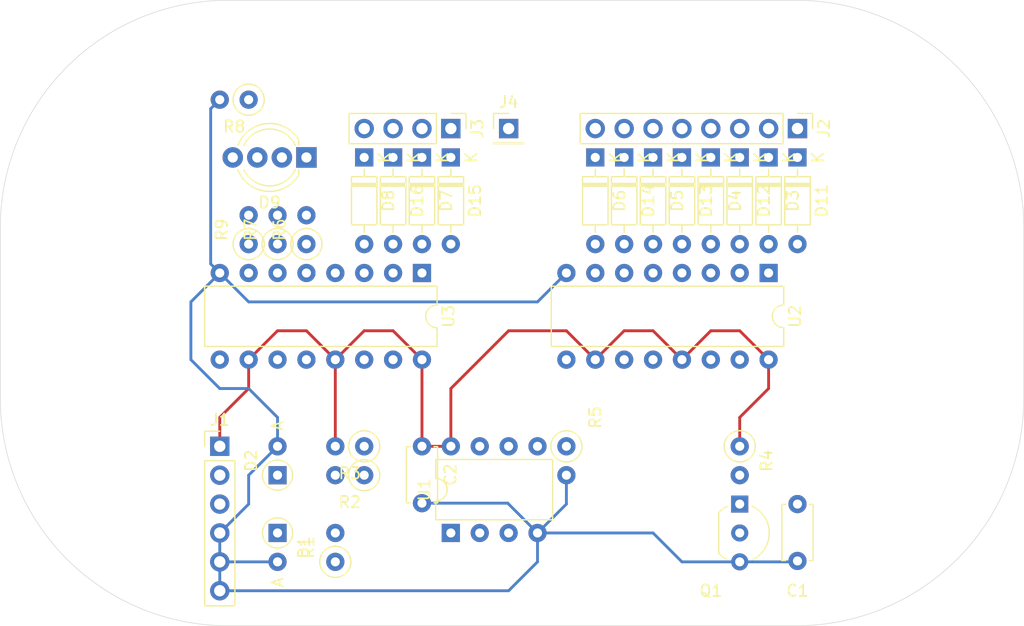
<source format=kicad_pcb>
(kicad_pcb (version 20171130) (host pcbnew 5.1.6-c6e7f7d~86~ubuntu18.04.1)

  (general
    (thickness 1.6)
    (drawings 8)
    (tracks 55)
    (zones 0)
    (modules 34)
    (nets 46)
  )

  (page A4)
  (layers
    (0 F.Cu mixed)
    (31 B.Cu mixed)
    (32 B.Adhes user)
    (33 F.Adhes user)
    (34 B.Paste user)
    (35 F.Paste user)
    (36 B.SilkS user)
    (37 F.SilkS user)
    (38 B.Mask user)
    (39 F.Mask user)
    (40 Dwgs.User user)
    (41 Cmts.User user)
    (42 Eco1.User user)
    (43 Eco2.User user)
    (44 Edge.Cuts user)
    (45 Margin user)
    (46 B.CrtYd user)
    (47 F.CrtYd user)
    (48 B.Fab user)
    (49 F.Fab user)
  )

  (setup
    (last_trace_width 0.25)
    (trace_clearance 0.2)
    (zone_clearance 0.508)
    (zone_45_only no)
    (trace_min 0.2)
    (via_size 0.8)
    (via_drill 0.4)
    (via_min_size 0.4)
    (via_min_drill 0.3)
    (uvia_size 0.3)
    (uvia_drill 0.1)
    (uvias_allowed no)
    (uvia_min_size 0.2)
    (uvia_min_drill 0.1)
    (edge_width 0.05)
    (segment_width 0.2)
    (pcb_text_width 0.3)
    (pcb_text_size 1.5 1.5)
    (mod_edge_width 0.12)
    (mod_text_size 1 1)
    (mod_text_width 0.15)
    (pad_size 1.524 1.524)
    (pad_drill 0.762)
    (pad_to_mask_clearance 0.05)
    (aux_axis_origin 0 0)
    (visible_elements FFFFFF7F)
    (pcbplotparams
      (layerselection 0x010fc_ffffffff)
      (usegerberextensions false)
      (usegerberattributes true)
      (usegerberadvancedattributes true)
      (creategerberjobfile true)
      (excludeedgelayer true)
      (linewidth 0.100000)
      (plotframeref false)
      (viasonmask false)
      (mode 1)
      (useauxorigin false)
      (hpglpennumber 1)
      (hpglpenspeed 20)
      (hpglpendiameter 15.000000)
      (psnegative false)
      (psa4output false)
      (plotreference true)
      (plotvalue true)
      (plotinvisibletext false)
      (padsonsilk false)
      (subtractmaskfromsilk false)
      (outputformat 1)
      (mirror false)
      (drillshape 1)
      (scaleselection 1)
      (outputdirectory ""))
  )

  (net 0 "")
  (net 1 /LATCH)
  (net 2 Earth)
  (net 3 +5V)
  (net 4 "Net-(D1-Pad1)")
  (net 5 "Net-(D2-Pad1)")
  (net 6 "Net-(D3-Pad1)")
  (net 7 "Net-(D3-Pad2)")
  (net 8 "Net-(D4-Pad1)")
  (net 9 "Net-(D4-Pad2)")
  (net 10 "Net-(D5-Pad1)")
  (net 11 "Net-(D5-Pad2)")
  (net 12 "Net-(D6-Pad1)")
  (net 13 "Net-(D6-Pad2)")
  (net 14 "Net-(D7-Pad2)")
  (net 15 "Net-(D7-Pad1)")
  (net 16 "Net-(D8-Pad1)")
  (net 17 "Net-(D8-Pad2)")
  (net 18 "Net-(D9-Pad1)")
  (net 19 "Net-(D9-Pad2)")
  (net 20 "Net-(D11-Pad2)")
  (net 21 "Net-(D11-Pad1)")
  (net 22 "Net-(D12-Pad2)")
  (net 23 "Net-(D12-Pad1)")
  (net 24 "Net-(D13-Pad2)")
  (net 25 "Net-(D13-Pad1)")
  (net 26 "Net-(D14-Pad2)")
  (net 27 "Net-(D14-Pad1)")
  (net 28 "Net-(D15-Pad2)")
  (net 29 "Net-(D15-Pad1)")
  (net 30 "Net-(D16-Pad1)")
  (net 31 "Net-(D16-Pad2)")
  (net 32 /SIGNAL)
  (net 33 /CLOCK)
  (net 34 /D+)
  (net 35 /D-)
  (net 36 "Net-(U1-Pad1)")
  (net 37 /DATA)
  (net 38 "Net-(U2-Pad9)")
  (net 39 "Net-(U3-Pad9)")
  (net 40 "Net-(D9-Pad3)")
  (net 41 "Net-(D9-Pad4)")
  (net 42 /R)
  (net 43 /G)
  (net 44 /B)
  (net 45 "Net-(U3-Pad4)")

  (net_class Default "This is the default net class."
    (clearance 0.2)
    (trace_width 0.25)
    (via_dia 0.8)
    (via_drill 0.4)
    (uvia_dia 0.3)
    (uvia_drill 0.1)
    (add_net +5V)
    (add_net /B)
    (add_net /CLOCK)
    (add_net /D+)
    (add_net /D-)
    (add_net /DATA)
    (add_net /G)
    (add_net /LATCH)
    (add_net /R)
    (add_net /SIGNAL)
    (add_net Earth)
    (add_net "Net-(D1-Pad1)")
    (add_net "Net-(D11-Pad1)")
    (add_net "Net-(D11-Pad2)")
    (add_net "Net-(D12-Pad1)")
    (add_net "Net-(D12-Pad2)")
    (add_net "Net-(D13-Pad1)")
    (add_net "Net-(D13-Pad2)")
    (add_net "Net-(D14-Pad1)")
    (add_net "Net-(D14-Pad2)")
    (add_net "Net-(D15-Pad1)")
    (add_net "Net-(D15-Pad2)")
    (add_net "Net-(D16-Pad1)")
    (add_net "Net-(D16-Pad2)")
    (add_net "Net-(D2-Pad1)")
    (add_net "Net-(D3-Pad1)")
    (add_net "Net-(D3-Pad2)")
    (add_net "Net-(D4-Pad1)")
    (add_net "Net-(D4-Pad2)")
    (add_net "Net-(D5-Pad1)")
    (add_net "Net-(D5-Pad2)")
    (add_net "Net-(D6-Pad1)")
    (add_net "Net-(D6-Pad2)")
    (add_net "Net-(D7-Pad1)")
    (add_net "Net-(D7-Pad2)")
    (add_net "Net-(D8-Pad1)")
    (add_net "Net-(D8-Pad2)")
    (add_net "Net-(D9-Pad1)")
    (add_net "Net-(D9-Pad2)")
    (add_net "Net-(D9-Pad3)")
    (add_net "Net-(D9-Pad4)")
    (add_net "Net-(U1-Pad1)")
    (add_net "Net-(U2-Pad9)")
    (add_net "Net-(U3-Pad4)")
    (add_net "Net-(U3-Pad9)")
  )

  (module Resistor_THT:R_Axial_DIN0207_L6.3mm_D2.5mm_P2.54mm_Vertical (layer F.Cu) (tedit 5AE5139B) (tstamp 5F08BF15)
    (at 121.84 58.74 180)
    (descr "Resistor, Axial_DIN0207 series, Axial, Vertical, pin pitch=2.54mm, 0.25W = 1/4W, length*diameter=6.3*2.5mm^2, http://cdn-reichelt.de/documents/datenblatt/B400/1_4W%23YAG.pdf")
    (tags "Resistor Axial_DIN0207 series Axial Vertical pin pitch 2.54mm 0.25W = 1/4W length 6.3mm diameter 2.5mm")
    (path /5EFCF8B2)
    (fp_text reference R8 (at 1.27 -2.37) (layer F.SilkS)
      (effects (font (size 1 1) (thickness 0.15)))
    )
    (fp_text value 220 (at 1.27 2.37) (layer F.Fab)
      (effects (font (size 1 1) (thickness 0.15)))
    )
    (fp_circle (center 0 0) (end 1.25 0) (layer F.Fab) (width 0.1))
    (fp_circle (center 0 0) (end 1.37 0) (layer F.SilkS) (width 0.12))
    (fp_line (start 0 0) (end 2.54 0) (layer F.Fab) (width 0.1))
    (fp_line (start 1.37 0) (end 1.44 0) (layer F.SilkS) (width 0.12))
    (fp_line (start -1.5 -1.5) (end -1.5 1.5) (layer F.CrtYd) (width 0.05))
    (fp_line (start -1.5 1.5) (end 3.59 1.5) (layer F.CrtYd) (width 0.05))
    (fp_line (start 3.59 1.5) (end 3.59 -1.5) (layer F.CrtYd) (width 0.05))
    (fp_line (start 3.59 -1.5) (end -1.5 -1.5) (layer F.CrtYd) (width 0.05))
    (fp_text user %R (at 1.27 -2.37) (layer F.Fab)
      (effects (font (size 1 1) (thickness 0.15)))
    )
    (pad 1 thru_hole circle (at 0 0 180) (size 1.6 1.6) (drill 0.8) (layers *.Cu *.Mask)
      (net 19 "Net-(D9-Pad2)"))
    (pad 2 thru_hole oval (at 2.54 0 180) (size 1.6 1.6) (drill 0.8) (layers *.Cu *.Mask)
      (net 2 Earth))
    (model ${KISYS3DMOD}/Resistor_THT.3dshapes/R_Axial_DIN0207_L6.3mm_D2.5mm_P2.54mm_Vertical.wrl
      (at (xyz 0 0 0))
      (scale (xyz 1 1 1))
      (rotate (xyz 0 0 0))
    )
  )

  (module Resistor_THT:R_Axial_DIN0207_L6.3mm_D2.5mm_P2.54mm_Vertical (layer F.Cu) (tedit 5AE5139B) (tstamp 5F08BA6E)
    (at 121.84 71.44 90)
    (descr "Resistor, Axial_DIN0207 series, Axial, Vertical, pin pitch=2.54mm, 0.25W = 1/4W, length*diameter=6.3*2.5mm^2, http://cdn-reichelt.de/documents/datenblatt/B400/1_4W%23YAG.pdf")
    (tags "Resistor Axial_DIN0207 series Axial Vertical pin pitch 2.54mm 0.25W = 1/4W length 6.3mm diameter 2.5mm")
    (path /5EFCF474)
    (fp_text reference R9 (at 1.27 -2.37 90) (layer F.SilkS)
      (effects (font (size 1 1) (thickness 0.15)))
    )
    (fp_text value 150 (at 1.27 2.37 90) (layer F.Fab)
      (effects (font (size 1 1) (thickness 0.15)))
    )
    (fp_line (start 3.59 -1.5) (end -1.5 -1.5) (layer F.CrtYd) (width 0.05))
    (fp_line (start 3.59 1.5) (end 3.59 -1.5) (layer F.CrtYd) (width 0.05))
    (fp_line (start -1.5 1.5) (end 3.59 1.5) (layer F.CrtYd) (width 0.05))
    (fp_line (start -1.5 -1.5) (end -1.5 1.5) (layer F.CrtYd) (width 0.05))
    (fp_line (start 1.37 0) (end 1.44 0) (layer F.SilkS) (width 0.12))
    (fp_line (start 0 0) (end 2.54 0) (layer F.Fab) (width 0.1))
    (fp_circle (center 0 0) (end 1.37 0) (layer F.SilkS) (width 0.12))
    (fp_circle (center 0 0) (end 1.25 0) (layer F.Fab) (width 0.1))
    (fp_text user %R (at 1.27 -2.37 90) (layer F.Fab)
      (effects (font (size 1 1) (thickness 0.15)))
    )
    (pad 2 thru_hole oval (at 2.54 0 90) (size 1.6 1.6) (drill 0.8) (layers *.Cu *.Mask)
      (net 41 "Net-(D9-Pad4)"))
    (pad 1 thru_hole circle (at 0 0 90) (size 1.6 1.6) (drill 0.8) (layers *.Cu *.Mask)
      (net 44 /B))
    (model ${KISYS3DMOD}/Resistor_THT.3dshapes/R_Axial_DIN0207_L6.3mm_D2.5mm_P2.54mm_Vertical.wrl
      (at (xyz 0 0 0))
      (scale (xyz 1 1 1))
      (rotate (xyz 0 0 0))
    )
  )

  (module Resistor_THT:R_Axial_DIN0207_L6.3mm_D2.5mm_P2.54mm_Vertical (layer F.Cu) (tedit 5AE5139B) (tstamp 5F08BE49)
    (at 126.92 71.44 90)
    (descr "Resistor, Axial_DIN0207 series, Axial, Vertical, pin pitch=2.54mm, 0.25W = 1/4W, length*diameter=6.3*2.5mm^2, http://cdn-reichelt.de/documents/datenblatt/B400/1_4W%23YAG.pdf")
    (tags "Resistor Axial_DIN0207 series Axial Vertical pin pitch 2.54mm 0.25W = 1/4W length 6.3mm diameter 2.5mm")
    (path /5EFCE8D2)
    (fp_text reference R6 (at 1.27 -2.37 90) (layer F.SilkS)
      (effects (font (size 1 1) (thickness 0.15)))
    )
    (fp_text value 150 (at 1.27 2.37 90) (layer F.Fab)
      (effects (font (size 1 1) (thickness 0.15)))
    )
    (fp_line (start 3.59 -1.5) (end -1.5 -1.5) (layer F.CrtYd) (width 0.05))
    (fp_line (start 3.59 1.5) (end 3.59 -1.5) (layer F.CrtYd) (width 0.05))
    (fp_line (start -1.5 1.5) (end 3.59 1.5) (layer F.CrtYd) (width 0.05))
    (fp_line (start -1.5 -1.5) (end -1.5 1.5) (layer F.CrtYd) (width 0.05))
    (fp_line (start 1.37 0) (end 1.44 0) (layer F.SilkS) (width 0.12))
    (fp_line (start 0 0) (end 2.54 0) (layer F.Fab) (width 0.1))
    (fp_circle (center 0 0) (end 1.37 0) (layer F.SilkS) (width 0.12))
    (fp_circle (center 0 0) (end 1.25 0) (layer F.Fab) (width 0.1))
    (fp_text user %R (at 1.27 -2.37 90) (layer F.Fab)
      (effects (font (size 1 1) (thickness 0.15)))
    )
    (pad 2 thru_hole oval (at 2.54 0 90) (size 1.6 1.6) (drill 0.8) (layers *.Cu *.Mask)
      (net 18 "Net-(D9-Pad1)"))
    (pad 1 thru_hole circle (at 0 0 90) (size 1.6 1.6) (drill 0.8) (layers *.Cu *.Mask)
      (net 42 /R))
    (model ${KISYS3DMOD}/Resistor_THT.3dshapes/R_Axial_DIN0207_L6.3mm_D2.5mm_P2.54mm_Vertical.wrl
      (at (xyz 0 0 0))
      (scale (xyz 1 1 1))
      (rotate (xyz 0 0 0))
    )
  )

  (module LED_THT:LED_D5.0mm-4_RGB_Wide_Pins (layer F.Cu) (tedit 5B74F76E) (tstamp 5F08B89B)
    (at 126.92 63.82 180)
    (descr "LED, diameter 5.0mm, 2 pins, diameter 5.0mm, 3 pins, diameter 5.0mm, 4 pins, http://www.kingbright.com/attachments/file/psearch/000/00/00/L-154A4SUREQBFZGEW(Ver.9A).pdf")
    (tags "LED diameter 5.0mm 2 pins diameter 5.0mm 3 pins diameter 5.0mm 4 pins RGB RGBLED")
    (path /5EFB8EF0)
    (fp_text reference D9 (at 3.2385 -3.96) (layer F.SilkS)
      (effects (font (size 1 1) (thickness 0.15)))
    )
    (fp_text value LED_RGBC (at 3.2385 3.96) (layer F.Fab)
      (effects (font (size 1 1) (thickness 0.15)))
    )
    (fp_circle (center 3.2385 0) (end 5.7385 0) (layer F.Fab) (width 0.1))
    (fp_line (start 0.7385 -1.469694) (end 0.7385 1.469694) (layer F.Fab) (width 0.1))
    (fp_line (start 0.6785 -1.545) (end 0.6785 -1.08) (layer F.SilkS) (width 0.12))
    (fp_line (start 0.6785 1.08) (end 0.6785 1.545) (layer F.SilkS) (width 0.12))
    (fp_line (start -1.08 -3.25) (end -1.08 3.25) (layer F.CrtYd) (width 0.05))
    (fp_line (start -1.08 3.25) (end 7.56 3.25) (layer F.CrtYd) (width 0.05))
    (fp_line (start 7.56 3.25) (end 7.56 -3.25) (layer F.CrtYd) (width 0.05))
    (fp_line (start 7.56 -3.25) (end -1.08 -3.25) (layer F.CrtYd) (width 0.05))
    (fp_arc (start 3.2385 0) (end 0.7385 -1.469694) (angle 299.1) (layer F.Fab) (width 0.1))
    (fp_arc (start 3.2385 0) (end 0.6785 -1.54483) (angle 127.7) (layer F.SilkS) (width 0.12))
    (fp_arc (start 3.2385 0) (end 0.6785 1.54483) (angle -127.7) (layer F.SilkS) (width 0.12))
    (fp_arc (start 3.2385 0) (end 0.983816 -1.08) (angle 128.8) (layer F.SilkS) (width 0.12))
    (fp_arc (start 3.2385 0) (end 0.983816 1.08) (angle -128.8) (layer F.SilkS) (width 0.12))
    (fp_text user %R (at 3.2385 -3.96) (layer F.Fab)
      (effects (font (size 1 1) (thickness 0.15)))
    )
    (pad 1 thru_hole rect (at 0 0 180) (size 1.8 1.8) (drill 0.9) (layers *.Cu *.Mask)
      (net 18 "Net-(D9-Pad1)"))
    (pad 2 thru_hole circle (at 2.159 0 180) (size 1.8 1.8) (drill 0.9) (layers *.Cu *.Mask)
      (net 19 "Net-(D9-Pad2)"))
    (pad 3 thru_hole circle (at 4.318 0 180) (size 1.8 1.8) (drill 0.9) (layers *.Cu *.Mask)
      (net 40 "Net-(D9-Pad3)"))
    (pad 4 thru_hole circle (at 6.477 0 180) (size 1.8 1.8) (drill 0.9) (layers *.Cu *.Mask)
      (net 41 "Net-(D9-Pad4)"))
    (model ${KISYS3DMOD}/LED_THT.3dshapes/LED_D5.0mm-4_RGB_Wide_Pins.wrl
      (at (xyz 0 0 0))
      (scale (xyz 1 1 1))
      (rotate (xyz 0 0 0))
    )
  )

  (module Resistor_THT:R_Axial_DIN0207_L6.3mm_D2.5mm_P2.54mm_Vertical (layer F.Cu) (tedit 5AE5139B) (tstamp 5F08B86A)
    (at 124.38 71.44 90)
    (descr "Resistor, Axial_DIN0207 series, Axial, Vertical, pin pitch=2.54mm, 0.25W = 1/4W, length*diameter=6.3*2.5mm^2, http://cdn-reichelt.de/documents/datenblatt/B400/1_4W%23YAG.pdf")
    (tags "Resistor Axial_DIN0207 series Axial Vertical pin pitch 2.54mm 0.25W = 1/4W length 6.3mm diameter 2.5mm")
    (path /5EFCEE2A)
    (fp_text reference R7 (at 1.27 -2.37 90) (layer F.SilkS)
      (effects (font (size 1 1) (thickness 0.15)))
    )
    (fp_text value 150 (at 1.27 2.37 90) (layer F.Fab)
      (effects (font (size 1 1) (thickness 0.15)))
    )
    (fp_circle (center 0 0) (end 1.25 0) (layer F.Fab) (width 0.1))
    (fp_circle (center 0 0) (end 1.37 0) (layer F.SilkS) (width 0.12))
    (fp_line (start 0 0) (end 2.54 0) (layer F.Fab) (width 0.1))
    (fp_line (start 1.37 0) (end 1.44 0) (layer F.SilkS) (width 0.12))
    (fp_line (start -1.5 -1.5) (end -1.5 1.5) (layer F.CrtYd) (width 0.05))
    (fp_line (start -1.5 1.5) (end 3.59 1.5) (layer F.CrtYd) (width 0.05))
    (fp_line (start 3.59 1.5) (end 3.59 -1.5) (layer F.CrtYd) (width 0.05))
    (fp_line (start 3.59 -1.5) (end -1.5 -1.5) (layer F.CrtYd) (width 0.05))
    (fp_text user %R (at 1.27 -2.37 90) (layer F.Fab)
      (effects (font (size 1 1) (thickness 0.15)))
    )
    (pad 1 thru_hole circle (at 0 0 90) (size 1.6 1.6) (drill 0.8) (layers *.Cu *.Mask)
      (net 43 /G))
    (pad 2 thru_hole oval (at 2.54 0 90) (size 1.6 1.6) (drill 0.8) (layers *.Cu *.Mask)
      (net 40 "Net-(D9-Pad3)"))
    (model ${KISYS3DMOD}/Resistor_THT.3dshapes/R_Axial_DIN0207_L6.3mm_D2.5mm_P2.54mm_Vertical.wrl
      (at (xyz 0 0 0))
      (scale (xyz 1 1 1))
      (rotate (xyz 0 0 0))
    )
  )

  (module Capacitor_THT:C_Disc_D4.7mm_W2.5mm_P5.00mm (layer F.Cu) (tedit 5AE50EF0) (tstamp 5F08B7D4)
    (at 170.1 94.3 270)
    (descr "C, Disc series, Radial, pin pitch=5.00mm, , diameter*width=4.7*2.5mm^2, Capacitor, http://www.vishay.com/docs/45233/krseries.pdf")
    (tags "C Disc series Radial pin pitch 5.00mm  diameter 4.7mm width 2.5mm Capacitor")
    (path /5EF540F4)
    (fp_text reference C1 (at 7.62 0) (layer F.SilkS)
      (effects (font (size 1 1) (thickness 0.15)))
    )
    (fp_text value 100n (at 1.27 -2.54 90) (layer F.Fab)
      (effects (font (size 1 1) (thickness 0.15)))
    )
    (fp_line (start 6.05 -1.5) (end -1.05 -1.5) (layer F.CrtYd) (width 0.05))
    (fp_line (start 6.05 1.5) (end 6.05 -1.5) (layer F.CrtYd) (width 0.05))
    (fp_line (start -1.05 1.5) (end 6.05 1.5) (layer F.CrtYd) (width 0.05))
    (fp_line (start -1.05 -1.5) (end -1.05 1.5) (layer F.CrtYd) (width 0.05))
    (fp_line (start 4.97 1.055) (end 4.97 1.37) (layer F.SilkS) (width 0.12))
    (fp_line (start 4.97 -1.37) (end 4.97 -1.055) (layer F.SilkS) (width 0.12))
    (fp_line (start 0.03 1.055) (end 0.03 1.37) (layer F.SilkS) (width 0.12))
    (fp_line (start 0.03 -1.37) (end 0.03 -1.055) (layer F.SilkS) (width 0.12))
    (fp_line (start 0.03 1.37) (end 4.97 1.37) (layer F.SilkS) (width 0.12))
    (fp_line (start 0.03 -1.37) (end 4.97 -1.37) (layer F.SilkS) (width 0.12))
    (fp_line (start 4.85 -1.25) (end 0.15 -1.25) (layer F.Fab) (width 0.1))
    (fp_line (start 4.85 1.25) (end 4.85 -1.25) (layer F.Fab) (width 0.1))
    (fp_line (start 0.15 1.25) (end 4.85 1.25) (layer F.Fab) (width 0.1))
    (fp_line (start 0.15 -1.25) (end 0.15 1.25) (layer F.Fab) (width 0.1))
    (fp_text user %R (at 5.08 -2.54 270) (layer F.Fab)
      (effects (font (size 0.94 0.94) (thickness 0.141)))
    )
    (pad 1 thru_hole circle (at 0 0 270) (size 1.6 1.6) (drill 0.8) (layers *.Cu *.Mask)
      (net 1 /LATCH))
    (pad 2 thru_hole circle (at 5 0 270) (size 1.6 1.6) (drill 0.8) (layers *.Cu *.Mask)
      (net 2 Earth))
    (model ${KISYS3DMOD}/Capacitor_THT.3dshapes/C_Disc_D4.7mm_W2.5mm_P5.00mm.wrl
      (at (xyz 0 0 0))
      (scale (xyz 1 1 1))
      (rotate (xyz 0 0 0))
    )
  )

  (module Capacitor_THT:C_Disc_D4.7mm_W2.5mm_P5.00mm (layer F.Cu) (tedit 5AE50EF0) (tstamp 5F08B9FC)
    (at 137.08 89.22 270)
    (descr "C, Disc series, Radial, pin pitch=5.00mm, , diameter*width=4.7*2.5mm^2, Capacitor, http://www.vishay.com/docs/45233/krseries.pdf")
    (tags "C Disc series Radial pin pitch 5.00mm  diameter 4.7mm width 2.5mm Capacitor")
    (path /5F17E564)
    (fp_text reference C2 (at 2.5 -2.5 90) (layer F.SilkS)
      (effects (font (size 1 1) (thickness 0.15)))
    )
    (fp_text value 100nF (at 1.27 2.54 90) (layer F.Fab)
      (effects (font (size 1 1) (thickness 0.15)))
    )
    (fp_line (start 0.15 -1.25) (end 0.15 1.25) (layer F.Fab) (width 0.1))
    (fp_line (start 0.15 1.25) (end 4.85 1.25) (layer F.Fab) (width 0.1))
    (fp_line (start 4.85 1.25) (end 4.85 -1.25) (layer F.Fab) (width 0.1))
    (fp_line (start 4.85 -1.25) (end 0.15 -1.25) (layer F.Fab) (width 0.1))
    (fp_line (start 0.03 -1.37) (end 4.97 -1.37) (layer F.SilkS) (width 0.12))
    (fp_line (start 0.03 1.37) (end 4.97 1.37) (layer F.SilkS) (width 0.12))
    (fp_line (start 0.03 -1.37) (end 0.03 -1.055) (layer F.SilkS) (width 0.12))
    (fp_line (start 0.03 1.055) (end 0.03 1.37) (layer F.SilkS) (width 0.12))
    (fp_line (start 4.97 -1.37) (end 4.97 -1.055) (layer F.SilkS) (width 0.12))
    (fp_line (start 4.97 1.055) (end 4.97 1.37) (layer F.SilkS) (width 0.12))
    (fp_line (start -1.05 -1.5) (end -1.05 1.5) (layer F.CrtYd) (width 0.05))
    (fp_line (start -1.05 1.5) (end 6.05 1.5) (layer F.CrtYd) (width 0.05))
    (fp_line (start 6.05 1.5) (end 6.05 -1.5) (layer F.CrtYd) (width 0.05))
    (fp_line (start 6.05 -1.5) (end -1.05 -1.5) (layer F.CrtYd) (width 0.05))
    (fp_text user %R (at 5.715 2.54 90) (layer F.Fab)
      (effects (font (size 0.94 0.94) (thickness 0.141)))
    )
    (pad 2 thru_hole circle (at 5 0 270) (size 1.6 1.6) (drill 0.8) (layers *.Cu *.Mask)
      (net 2 Earth))
    (pad 1 thru_hole circle (at 0 0 270) (size 1.6 1.6) (drill 0.8) (layers *.Cu *.Mask)
      (net 3 +5V))
    (model ${KISYS3DMOD}/Capacitor_THT.3dshapes/C_Disc_D4.7mm_W2.5mm_P5.00mm.wrl
      (at (xyz 0 0 0))
      (scale (xyz 1 1 1))
      (rotate (xyz 0 0 0))
    )
  )

  (module Diode_THT:D_DO-35_SOD27_P7.62mm_Horizontal (layer F.Cu) (tedit 5AE50CD5) (tstamp 5F08BD6C)
    (at 167.56 63.82 270)
    (descr "Diode, DO-35_SOD27 series, Axial, Horizontal, pin pitch=7.62mm, , length*diameter=4*2mm^2, , http://www.diodes.com/_files/packages/DO-35.pdf")
    (tags "Diode DO-35_SOD27 series Axial Horizontal pin pitch 7.62mm  length 4mm diameter 2mm")
    (path /5EF6E88C)
    (fp_text reference D3 (at 3.81 -2.12 90) (layer F.SilkS)
      (effects (font (size 1 1) (thickness 0.15)))
    )
    (fp_text value 1N4148 (at 3.81 17.78 90) (layer F.Fab)
      (effects (font (size 1 1) (thickness 0.15)))
    )
    (fp_line (start 8.67 -1.25) (end -1.05 -1.25) (layer F.CrtYd) (width 0.05))
    (fp_line (start 8.67 1.25) (end 8.67 -1.25) (layer F.CrtYd) (width 0.05))
    (fp_line (start -1.05 1.25) (end 8.67 1.25) (layer F.CrtYd) (width 0.05))
    (fp_line (start -1.05 -1.25) (end -1.05 1.25) (layer F.CrtYd) (width 0.05))
    (fp_line (start 2.29 -1.12) (end 2.29 1.12) (layer F.SilkS) (width 0.12))
    (fp_line (start 2.53 -1.12) (end 2.53 1.12) (layer F.SilkS) (width 0.12))
    (fp_line (start 2.41 -1.12) (end 2.41 1.12) (layer F.SilkS) (width 0.12))
    (fp_line (start 6.58 0) (end 5.93 0) (layer F.SilkS) (width 0.12))
    (fp_line (start 1.04 0) (end 1.69 0) (layer F.SilkS) (width 0.12))
    (fp_line (start 5.93 -1.12) (end 1.69 -1.12) (layer F.SilkS) (width 0.12))
    (fp_line (start 5.93 1.12) (end 5.93 -1.12) (layer F.SilkS) (width 0.12))
    (fp_line (start 1.69 1.12) (end 5.93 1.12) (layer F.SilkS) (width 0.12))
    (fp_line (start 1.69 -1.12) (end 1.69 1.12) (layer F.SilkS) (width 0.12))
    (fp_line (start 2.31 -1) (end 2.31 1) (layer F.Fab) (width 0.1))
    (fp_line (start 2.51 -1) (end 2.51 1) (layer F.Fab) (width 0.1))
    (fp_line (start 2.41 -1) (end 2.41 1) (layer F.Fab) (width 0.1))
    (fp_line (start 7.62 0) (end 5.81 0) (layer F.Fab) (width 0.1))
    (fp_line (start 0 0) (end 1.81 0) (layer F.Fab) (width 0.1))
    (fp_line (start 5.81 -1) (end 1.81 -1) (layer F.Fab) (width 0.1))
    (fp_line (start 5.81 1) (end 5.81 -1) (layer F.Fab) (width 0.1))
    (fp_line (start 1.81 1) (end 5.81 1) (layer F.Fab) (width 0.1))
    (fp_line (start 1.81 -1) (end 1.81 1) (layer F.Fab) (width 0.1))
    (fp_text user %R (at 4.11 0 90) (layer F.Fab)
      (effects (font (size 0.8 0.8) (thickness 0.12)))
    )
    (fp_text user K (at 0 -1.8 90) (layer F.Fab)
      (effects (font (size 1 1) (thickness 0.15)))
    )
    (fp_text user K (at 0 -1.8 90) (layer F.SilkS)
      (effects (font (size 1 1) (thickness 0.15)))
    )
    (pad 1 thru_hole rect (at 0 0 270) (size 1.6 1.6) (drill 0.8) (layers *.Cu *.Mask)
      (net 6 "Net-(D3-Pad1)"))
    (pad 2 thru_hole oval (at 7.62 0 270) (size 1.6 1.6) (drill 0.8) (layers *.Cu *.Mask)
      (net 7 "Net-(D3-Pad2)"))
    (model ${KISYS3DMOD}/Diode_THT.3dshapes/D_DO-35_SOD27_P7.62mm_Horizontal.wrl
      (at (xyz 0 0 0))
      (scale (xyz 1 1 1))
      (rotate (xyz 0 0 0))
    )
  )

  (module Diode_THT:D_DO-35_SOD27_P7.62mm_Horizontal (layer F.Cu) (tedit 5AE50CD5) (tstamp 5F08BD12)
    (at 162.48 63.82 270)
    (descr "Diode, DO-35_SOD27 series, Axial, Horizontal, pin pitch=7.62mm, , length*diameter=4*2mm^2, , http://www.diodes.com/_files/packages/DO-35.pdf")
    (tags "Diode DO-35_SOD27 series Axial Horizontal pin pitch 7.62mm  length 4mm diameter 2mm")
    (path /5EF6FFBF)
    (fp_text reference D4 (at 3.81 -2.12 90) (layer F.SilkS)
      (effects (font (size 1 1) (thickness 0.15)))
    )
    (fp_text value 1N4148 (at 3.81 12.7 90) (layer F.Fab)
      (effects (font (size 1 1) (thickness 0.15)))
    )
    (fp_line (start 8.67 -1.25) (end -1.05 -1.25) (layer F.CrtYd) (width 0.05))
    (fp_line (start 8.67 1.25) (end 8.67 -1.25) (layer F.CrtYd) (width 0.05))
    (fp_line (start -1.05 1.25) (end 8.67 1.25) (layer F.CrtYd) (width 0.05))
    (fp_line (start -1.05 -1.25) (end -1.05 1.25) (layer F.CrtYd) (width 0.05))
    (fp_line (start 2.29 -1.12) (end 2.29 1.12) (layer F.SilkS) (width 0.12))
    (fp_line (start 2.53 -1.12) (end 2.53 1.12) (layer F.SilkS) (width 0.12))
    (fp_line (start 2.41 -1.12) (end 2.41 1.12) (layer F.SilkS) (width 0.12))
    (fp_line (start 6.58 0) (end 5.93 0) (layer F.SilkS) (width 0.12))
    (fp_line (start 1.04 0) (end 1.69 0) (layer F.SilkS) (width 0.12))
    (fp_line (start 5.93 -1.12) (end 1.69 -1.12) (layer F.SilkS) (width 0.12))
    (fp_line (start 5.93 1.12) (end 5.93 -1.12) (layer F.SilkS) (width 0.12))
    (fp_line (start 1.69 1.12) (end 5.93 1.12) (layer F.SilkS) (width 0.12))
    (fp_line (start 1.69 -1.12) (end 1.69 1.12) (layer F.SilkS) (width 0.12))
    (fp_line (start 2.31 -1) (end 2.31 1) (layer F.Fab) (width 0.1))
    (fp_line (start 2.51 -1) (end 2.51 1) (layer F.Fab) (width 0.1))
    (fp_line (start 2.41 -1) (end 2.41 1) (layer F.Fab) (width 0.1))
    (fp_line (start 7.62 0) (end 5.81 0) (layer F.Fab) (width 0.1))
    (fp_line (start 0 0) (end 1.81 0) (layer F.Fab) (width 0.1))
    (fp_line (start 5.81 -1) (end 1.81 -1) (layer F.Fab) (width 0.1))
    (fp_line (start 5.81 1) (end 5.81 -1) (layer F.Fab) (width 0.1))
    (fp_line (start 1.81 1) (end 5.81 1) (layer F.Fab) (width 0.1))
    (fp_line (start 1.81 -1) (end 1.81 1) (layer F.Fab) (width 0.1))
    (fp_text user %R (at 4.11 0 90) (layer F.Fab)
      (effects (font (size 0.8 0.8) (thickness 0.12)))
    )
    (fp_text user K (at 0 -1.8 90) (layer F.Fab)
      (effects (font (size 1 1) (thickness 0.15)))
    )
    (fp_text user K (at 0 -1.8 90) (layer F.SilkS)
      (effects (font (size 1 1) (thickness 0.15)))
    )
    (pad 1 thru_hole rect (at 0 0 270) (size 1.6 1.6) (drill 0.8) (layers *.Cu *.Mask)
      (net 8 "Net-(D4-Pad1)"))
    (pad 2 thru_hole oval (at 7.62 0 270) (size 1.6 1.6) (drill 0.8) (layers *.Cu *.Mask)
      (net 9 "Net-(D4-Pad2)"))
    (model ${KISYS3DMOD}/Diode_THT.3dshapes/D_DO-35_SOD27_P7.62mm_Horizontal.wrl
      (at (xyz 0 0 0))
      (scale (xyz 1 1 1))
      (rotate (xyz 0 0 0))
    )
  )

  (module Diode_THT:D_DO-35_SOD27_P7.62mm_Horizontal (layer F.Cu) (tedit 5AE50CD5) (tstamp 5F08B5F5)
    (at 157.4 63.82 270)
    (descr "Diode, DO-35_SOD27 series, Axial, Horizontal, pin pitch=7.62mm, , length*diameter=4*2mm^2, , http://www.diodes.com/_files/packages/DO-35.pdf")
    (tags "Diode DO-35_SOD27 series Axial Horizontal pin pitch 7.62mm  length 4mm diameter 2mm")
    (path /5EF749BA)
    (fp_text reference D5 (at 3.81 -2.12 90) (layer F.SilkS)
      (effects (font (size 1 1) (thickness 0.15)))
    )
    (fp_text value 1N4148 (at 3.81 7.62 90) (layer F.Fab)
      (effects (font (size 1 1) (thickness 0.15)))
    )
    (fp_line (start 8.67 -1.25) (end -1.05 -1.25) (layer F.CrtYd) (width 0.05))
    (fp_line (start 8.67 1.25) (end 8.67 -1.25) (layer F.CrtYd) (width 0.05))
    (fp_line (start -1.05 1.25) (end 8.67 1.25) (layer F.CrtYd) (width 0.05))
    (fp_line (start -1.05 -1.25) (end -1.05 1.25) (layer F.CrtYd) (width 0.05))
    (fp_line (start 2.29 -1.12) (end 2.29 1.12) (layer F.SilkS) (width 0.12))
    (fp_line (start 2.53 -1.12) (end 2.53 1.12) (layer F.SilkS) (width 0.12))
    (fp_line (start 2.41 -1.12) (end 2.41 1.12) (layer F.SilkS) (width 0.12))
    (fp_line (start 6.58 0) (end 5.93 0) (layer F.SilkS) (width 0.12))
    (fp_line (start 1.04 0) (end 1.69 0) (layer F.SilkS) (width 0.12))
    (fp_line (start 5.93 -1.12) (end 1.69 -1.12) (layer F.SilkS) (width 0.12))
    (fp_line (start 5.93 1.12) (end 5.93 -1.12) (layer F.SilkS) (width 0.12))
    (fp_line (start 1.69 1.12) (end 5.93 1.12) (layer F.SilkS) (width 0.12))
    (fp_line (start 1.69 -1.12) (end 1.69 1.12) (layer F.SilkS) (width 0.12))
    (fp_line (start 2.31 -1) (end 2.31 1) (layer F.Fab) (width 0.1))
    (fp_line (start 2.51 -1) (end 2.51 1) (layer F.Fab) (width 0.1))
    (fp_line (start 2.41 -1) (end 2.41 1) (layer F.Fab) (width 0.1))
    (fp_line (start 7.62 0) (end 5.81 0) (layer F.Fab) (width 0.1))
    (fp_line (start 0 0) (end 1.81 0) (layer F.Fab) (width 0.1))
    (fp_line (start 5.81 -1) (end 1.81 -1) (layer F.Fab) (width 0.1))
    (fp_line (start 5.81 1) (end 5.81 -1) (layer F.Fab) (width 0.1))
    (fp_line (start 1.81 1) (end 5.81 1) (layer F.Fab) (width 0.1))
    (fp_line (start 1.81 -1) (end 1.81 1) (layer F.Fab) (width 0.1))
    (fp_text user %R (at 4.11 0 90) (layer F.Fab)
      (effects (font (size 0.8 0.8) (thickness 0.12)))
    )
    (fp_text user K (at 0 -1.8 90) (layer F.Fab)
      (effects (font (size 1 1) (thickness 0.15)))
    )
    (fp_text user K (at 0 -1.8 90) (layer F.SilkS)
      (effects (font (size 1 1) (thickness 0.15)))
    )
    (pad 1 thru_hole rect (at 0 0 270) (size 1.6 1.6) (drill 0.8) (layers *.Cu *.Mask)
      (net 10 "Net-(D5-Pad1)"))
    (pad 2 thru_hole oval (at 7.62 0 270) (size 1.6 1.6) (drill 0.8) (layers *.Cu *.Mask)
      (net 11 "Net-(D5-Pad2)"))
    (model ${KISYS3DMOD}/Diode_THT.3dshapes/D_DO-35_SOD27_P7.62mm_Horizontal.wrl
      (at (xyz 0 0 0))
      (scale (xyz 1 1 1))
      (rotate (xyz 0 0 0))
    )
  )

  (module Diode_THT:D_DO-35_SOD27_P7.62mm_Horizontal (layer F.Cu) (tedit 5AE50CD5) (tstamp 5F08B6AF)
    (at 152.32 63.82 270)
    (descr "Diode, DO-35_SOD27 series, Axial, Horizontal, pin pitch=7.62mm, , length*diameter=4*2mm^2, , http://www.diodes.com/_files/packages/DO-35.pdf")
    (tags "Diode DO-35_SOD27 series Axial Horizontal pin pitch 7.62mm  length 4mm diameter 2mm")
    (path /5EF749C6)
    (fp_text reference D6 (at 3.81 -2.12 90) (layer F.SilkS)
      (effects (font (size 1 1) (thickness 0.15)))
    )
    (fp_text value 1N4148 (at 3.81 2.54 90) (layer F.Fab)
      (effects (font (size 1 1) (thickness 0.15)))
    )
    (fp_line (start 8.67 -1.25) (end -1.05 -1.25) (layer F.CrtYd) (width 0.05))
    (fp_line (start 8.67 1.25) (end 8.67 -1.25) (layer F.CrtYd) (width 0.05))
    (fp_line (start -1.05 1.25) (end 8.67 1.25) (layer F.CrtYd) (width 0.05))
    (fp_line (start -1.05 -1.25) (end -1.05 1.25) (layer F.CrtYd) (width 0.05))
    (fp_line (start 2.29 -1.12) (end 2.29 1.12) (layer F.SilkS) (width 0.12))
    (fp_line (start 2.53 -1.12) (end 2.53 1.12) (layer F.SilkS) (width 0.12))
    (fp_line (start 2.41 -1.12) (end 2.41 1.12) (layer F.SilkS) (width 0.12))
    (fp_line (start 6.58 0) (end 5.93 0) (layer F.SilkS) (width 0.12))
    (fp_line (start 1.04 0) (end 1.69 0) (layer F.SilkS) (width 0.12))
    (fp_line (start 5.93 -1.12) (end 1.69 -1.12) (layer F.SilkS) (width 0.12))
    (fp_line (start 5.93 1.12) (end 5.93 -1.12) (layer F.SilkS) (width 0.12))
    (fp_line (start 1.69 1.12) (end 5.93 1.12) (layer F.SilkS) (width 0.12))
    (fp_line (start 1.69 -1.12) (end 1.69 1.12) (layer F.SilkS) (width 0.12))
    (fp_line (start 2.31 -1) (end 2.31 1) (layer F.Fab) (width 0.1))
    (fp_line (start 2.51 -1) (end 2.51 1) (layer F.Fab) (width 0.1))
    (fp_line (start 2.41 -1) (end 2.41 1) (layer F.Fab) (width 0.1))
    (fp_line (start 7.62 0) (end 5.81 0) (layer F.Fab) (width 0.1))
    (fp_line (start 0 0) (end 1.81 0) (layer F.Fab) (width 0.1))
    (fp_line (start 5.81 -1) (end 1.81 -1) (layer F.Fab) (width 0.1))
    (fp_line (start 5.81 1) (end 5.81 -1) (layer F.Fab) (width 0.1))
    (fp_line (start 1.81 1) (end 5.81 1) (layer F.Fab) (width 0.1))
    (fp_line (start 1.81 -1) (end 1.81 1) (layer F.Fab) (width 0.1))
    (fp_text user %R (at 4.11 0 90) (layer F.Fab)
      (effects (font (size 0.8 0.8) (thickness 0.12)))
    )
    (fp_text user K (at 0 -1.8 90) (layer F.Fab)
      (effects (font (size 1 1) (thickness 0.15)))
    )
    (fp_text user K (at 0 -1.8 90) (layer F.SilkS)
      (effects (font (size 1 1) (thickness 0.15)))
    )
    (pad 1 thru_hole rect (at 0 0 270) (size 1.6 1.6) (drill 0.8) (layers *.Cu *.Mask)
      (net 12 "Net-(D6-Pad1)"))
    (pad 2 thru_hole oval (at 7.62 0 270) (size 1.6 1.6) (drill 0.8) (layers *.Cu *.Mask)
      (net 13 "Net-(D6-Pad2)"))
    (model ${KISYS3DMOD}/Diode_THT.3dshapes/D_DO-35_SOD27_P7.62mm_Horizontal.wrl
      (at (xyz 0 0 0))
      (scale (xyz 1 1 1))
      (rotate (xyz 0 0 0))
    )
  )

  (module Diode_THT:D_DO-35_SOD27_P7.62mm_Horizontal (layer F.Cu) (tedit 5AE50CD5) (tstamp 5F08B59B)
    (at 137.08 63.82 270)
    (descr "Diode, DO-35_SOD27 series, Axial, Horizontal, pin pitch=7.62mm, , length*diameter=4*2mm^2, , http://www.diodes.com/_files/packages/DO-35.pdf")
    (tags "Diode DO-35_SOD27 series Axial Horizontal pin pitch 7.62mm  length 4mm diameter 2mm")
    (path /5EF7AD70)
    (fp_text reference D7 (at 3.81 -2.12 90) (layer F.SilkS)
      (effects (font (size 1 1) (thickness 0.15)))
    )
    (fp_text value 1N4148 (at 3.81 -5.08 90) (layer F.Fab)
      (effects (font (size 1 1) (thickness 0.15)))
    )
    (fp_line (start 1.81 -1) (end 1.81 1) (layer F.Fab) (width 0.1))
    (fp_line (start 1.81 1) (end 5.81 1) (layer F.Fab) (width 0.1))
    (fp_line (start 5.81 1) (end 5.81 -1) (layer F.Fab) (width 0.1))
    (fp_line (start 5.81 -1) (end 1.81 -1) (layer F.Fab) (width 0.1))
    (fp_line (start 0 0) (end 1.81 0) (layer F.Fab) (width 0.1))
    (fp_line (start 7.62 0) (end 5.81 0) (layer F.Fab) (width 0.1))
    (fp_line (start 2.41 -1) (end 2.41 1) (layer F.Fab) (width 0.1))
    (fp_line (start 2.51 -1) (end 2.51 1) (layer F.Fab) (width 0.1))
    (fp_line (start 2.31 -1) (end 2.31 1) (layer F.Fab) (width 0.1))
    (fp_line (start 1.69 -1.12) (end 1.69 1.12) (layer F.SilkS) (width 0.12))
    (fp_line (start 1.69 1.12) (end 5.93 1.12) (layer F.SilkS) (width 0.12))
    (fp_line (start 5.93 1.12) (end 5.93 -1.12) (layer F.SilkS) (width 0.12))
    (fp_line (start 5.93 -1.12) (end 1.69 -1.12) (layer F.SilkS) (width 0.12))
    (fp_line (start 1.04 0) (end 1.69 0) (layer F.SilkS) (width 0.12))
    (fp_line (start 6.58 0) (end 5.93 0) (layer F.SilkS) (width 0.12))
    (fp_line (start 2.41 -1.12) (end 2.41 1.12) (layer F.SilkS) (width 0.12))
    (fp_line (start 2.53 -1.12) (end 2.53 1.12) (layer F.SilkS) (width 0.12))
    (fp_line (start 2.29 -1.12) (end 2.29 1.12) (layer F.SilkS) (width 0.12))
    (fp_line (start -1.05 -1.25) (end -1.05 1.25) (layer F.CrtYd) (width 0.05))
    (fp_line (start -1.05 1.25) (end 8.67 1.25) (layer F.CrtYd) (width 0.05))
    (fp_line (start 8.67 1.25) (end 8.67 -1.25) (layer F.CrtYd) (width 0.05))
    (fp_line (start 8.67 -1.25) (end -1.05 -1.25) (layer F.CrtYd) (width 0.05))
    (fp_text user K (at 0 -1.8 90) (layer F.SilkS)
      (effects (font (size 1 1) (thickness 0.15)))
    )
    (fp_text user K (at 0 -1.8 90) (layer F.Fab)
      (effects (font (size 1 1) (thickness 0.15)))
    )
    (fp_text user %R (at 4.11 0 90) (layer F.Fab)
      (effects (font (size 0.8 0.8) (thickness 0.12)))
    )
    (pad 2 thru_hole oval (at 7.62 0 270) (size 1.6 1.6) (drill 0.8) (layers *.Cu *.Mask)
      (net 14 "Net-(D7-Pad2)"))
    (pad 1 thru_hole rect (at 0 0 270) (size 1.6 1.6) (drill 0.8) (layers *.Cu *.Mask)
      (net 15 "Net-(D7-Pad1)"))
    (model ${KISYS3DMOD}/Diode_THT.3dshapes/D_DO-35_SOD27_P7.62mm_Horizontal.wrl
      (at (xyz 0 0 0))
      (scale (xyz 1 1 1))
      (rotate (xyz 0 0 0))
    )
  )

  (module Diode_THT:D_DO-35_SOD27_P7.62mm_Horizontal (layer F.Cu) (tedit 5AE50CD5) (tstamp 5F08BE83)
    (at 132 63.82 270)
    (descr "Diode, DO-35_SOD27 series, Axial, Horizontal, pin pitch=7.62mm, , length*diameter=4*2mm^2, , http://www.diodes.com/_files/packages/DO-35.pdf")
    (tags "Diode DO-35_SOD27 series Axial Horizontal pin pitch 7.62mm  length 4mm diameter 2mm")
    (path /5EF7AD7C)
    (fp_text reference D8 (at 3.81 -2.12 90) (layer F.SilkS)
      (effects (font (size 1 1) (thickness 0.15)))
    )
    (fp_text value 1N4148 (at 3.81 -10.16 90) (layer F.Fab)
      (effects (font (size 1 1) (thickness 0.15)))
    )
    (fp_line (start 8.67 -1.25) (end -1.05 -1.25) (layer F.CrtYd) (width 0.05))
    (fp_line (start 8.67 1.25) (end 8.67 -1.25) (layer F.CrtYd) (width 0.05))
    (fp_line (start -1.05 1.25) (end 8.67 1.25) (layer F.CrtYd) (width 0.05))
    (fp_line (start -1.05 -1.25) (end -1.05 1.25) (layer F.CrtYd) (width 0.05))
    (fp_line (start 2.29 -1.12) (end 2.29 1.12) (layer F.SilkS) (width 0.12))
    (fp_line (start 2.53 -1.12) (end 2.53 1.12) (layer F.SilkS) (width 0.12))
    (fp_line (start 2.41 -1.12) (end 2.41 1.12) (layer F.SilkS) (width 0.12))
    (fp_line (start 6.58 0) (end 5.93 0) (layer F.SilkS) (width 0.12))
    (fp_line (start 1.04 0) (end 1.69 0) (layer F.SilkS) (width 0.12))
    (fp_line (start 5.93 -1.12) (end 1.69 -1.12) (layer F.SilkS) (width 0.12))
    (fp_line (start 5.93 1.12) (end 5.93 -1.12) (layer F.SilkS) (width 0.12))
    (fp_line (start 1.69 1.12) (end 5.93 1.12) (layer F.SilkS) (width 0.12))
    (fp_line (start 1.69 -1.12) (end 1.69 1.12) (layer F.SilkS) (width 0.12))
    (fp_line (start 2.31 -1) (end 2.31 1) (layer F.Fab) (width 0.1))
    (fp_line (start 2.51 -1) (end 2.51 1) (layer F.Fab) (width 0.1))
    (fp_line (start 2.41 -1) (end 2.41 1) (layer F.Fab) (width 0.1))
    (fp_line (start 7.62 0) (end 5.81 0) (layer F.Fab) (width 0.1))
    (fp_line (start 0 0) (end 1.81 0) (layer F.Fab) (width 0.1))
    (fp_line (start 5.81 -1) (end 1.81 -1) (layer F.Fab) (width 0.1))
    (fp_line (start 5.81 1) (end 5.81 -1) (layer F.Fab) (width 0.1))
    (fp_line (start 1.81 1) (end 5.81 1) (layer F.Fab) (width 0.1))
    (fp_line (start 1.81 -1) (end 1.81 1) (layer F.Fab) (width 0.1))
    (fp_text user %R (at 4.11 0 90) (layer F.Fab)
      (effects (font (size 0.8 0.8) (thickness 0.12)))
    )
    (fp_text user K (at 0 -1.8 90) (layer F.Fab)
      (effects (font (size 1 1) (thickness 0.15)))
    )
    (fp_text user K (at 0 -1.8 90) (layer F.SilkS)
      (effects (font (size 1 1) (thickness 0.15)))
    )
    (pad 1 thru_hole rect (at 0 0 270) (size 1.6 1.6) (drill 0.8) (layers *.Cu *.Mask)
      (net 16 "Net-(D8-Pad1)"))
    (pad 2 thru_hole oval (at 7.62 0 270) (size 1.6 1.6) (drill 0.8) (layers *.Cu *.Mask)
      (net 17 "Net-(D8-Pad2)"))
    (model ${KISYS3DMOD}/Diode_THT.3dshapes/D_DO-35_SOD27_P7.62mm_Horizontal.wrl
      (at (xyz 0 0 0))
      (scale (xyz 1 1 1))
      (rotate (xyz 0 0 0))
    )
  )

  (module Diode_THT:D_DO-35_SOD27_P7.62mm_Horizontal (layer F.Cu) (tedit 5AE50CD5) (tstamp 5F08B64F)
    (at 170.1 63.82 270)
    (descr "Diode, DO-35_SOD27 series, Axial, Horizontal, pin pitch=7.62mm, , length*diameter=4*2mm^2, , http://www.diodes.com/_files/packages/DO-35.pdf")
    (tags "Diode DO-35_SOD27 series Axial Horizontal pin pitch 7.62mm  length 4mm diameter 2mm")
    (path /5EF52A74)
    (fp_text reference D11 (at 3.81 -2.12 90) (layer F.SilkS)
      (effects (font (size 1 1) (thickness 0.15)))
    )
    (fp_text value 1N4148 (at 3.81 20.32 90) (layer F.Fab)
      (effects (font (size 1 1) (thickness 0.15)))
    )
    (fp_line (start 1.81 -1) (end 1.81 1) (layer F.Fab) (width 0.1))
    (fp_line (start 1.81 1) (end 5.81 1) (layer F.Fab) (width 0.1))
    (fp_line (start 5.81 1) (end 5.81 -1) (layer F.Fab) (width 0.1))
    (fp_line (start 5.81 -1) (end 1.81 -1) (layer F.Fab) (width 0.1))
    (fp_line (start 0 0) (end 1.81 0) (layer F.Fab) (width 0.1))
    (fp_line (start 7.62 0) (end 5.81 0) (layer F.Fab) (width 0.1))
    (fp_line (start 2.41 -1) (end 2.41 1) (layer F.Fab) (width 0.1))
    (fp_line (start 2.51 -1) (end 2.51 1) (layer F.Fab) (width 0.1))
    (fp_line (start 2.31 -1) (end 2.31 1) (layer F.Fab) (width 0.1))
    (fp_line (start 1.69 -1.12) (end 1.69 1.12) (layer F.SilkS) (width 0.12))
    (fp_line (start 1.69 1.12) (end 5.93 1.12) (layer F.SilkS) (width 0.12))
    (fp_line (start 5.93 1.12) (end 5.93 -1.12) (layer F.SilkS) (width 0.12))
    (fp_line (start 5.93 -1.12) (end 1.69 -1.12) (layer F.SilkS) (width 0.12))
    (fp_line (start 1.04 0) (end 1.69 0) (layer F.SilkS) (width 0.12))
    (fp_line (start 6.58 0) (end 5.93 0) (layer F.SilkS) (width 0.12))
    (fp_line (start 2.41 -1.12) (end 2.41 1.12) (layer F.SilkS) (width 0.12))
    (fp_line (start 2.53 -1.12) (end 2.53 1.12) (layer F.SilkS) (width 0.12))
    (fp_line (start 2.29 -1.12) (end 2.29 1.12) (layer F.SilkS) (width 0.12))
    (fp_line (start -1.05 -1.25) (end -1.05 1.25) (layer F.CrtYd) (width 0.05))
    (fp_line (start -1.05 1.25) (end 8.67 1.25) (layer F.CrtYd) (width 0.05))
    (fp_line (start 8.67 1.25) (end 8.67 -1.25) (layer F.CrtYd) (width 0.05))
    (fp_line (start 8.67 -1.25) (end -1.05 -1.25) (layer F.CrtYd) (width 0.05))
    (fp_text user K (at 0 -1.8 90) (layer F.SilkS)
      (effects (font (size 1 1) (thickness 0.15)))
    )
    (fp_text user K (at 0 -1.8 90) (layer F.Fab)
      (effects (font (size 1 1) (thickness 0.15)))
    )
    (fp_text user %R (at 4.11 0 90) (layer F.Fab)
      (effects (font (size 0.8 0.8) (thickness 0.12)))
    )
    (pad 2 thru_hole oval (at 7.62 0 270) (size 1.6 1.6) (drill 0.8) (layers *.Cu *.Mask)
      (net 20 "Net-(D11-Pad2)"))
    (pad 1 thru_hole rect (at 0 0 270) (size 1.6 1.6) (drill 0.8) (layers *.Cu *.Mask)
      (net 21 "Net-(D11-Pad1)"))
    (model ${KISYS3DMOD}/Diode_THT.3dshapes/D_DO-35_SOD27_P7.62mm_Horizontal.wrl
      (at (xyz 0 0 0))
      (scale (xyz 1 1 1))
      (rotate (xyz 0 0 0))
    )
  )

  (module Diode_THT:D_DO-35_SOD27_P7.62mm_Horizontal (layer F.Cu) (tedit 5AE50CD5) (tstamp 5F08BAA8)
    (at 165.02 63.82 270)
    (descr "Diode, DO-35_SOD27 series, Axial, Horizontal, pin pitch=7.62mm, , length*diameter=4*2mm^2, , http://www.diodes.com/_files/packages/DO-35.pdf")
    (tags "Diode DO-35_SOD27 series Axial Horizontal pin pitch 7.62mm  length 4mm diameter 2mm")
    (path /5EF6FBDE)
    (fp_text reference D12 (at 3.81 -2.12 90) (layer F.SilkS)
      (effects (font (size 1 1) (thickness 0.15)))
    )
    (fp_text value 1N4148 (at 3.81 15.24 90) (layer F.Fab)
      (effects (font (size 1 1) (thickness 0.15)))
    )
    (fp_line (start 1.81 -1) (end 1.81 1) (layer F.Fab) (width 0.1))
    (fp_line (start 1.81 1) (end 5.81 1) (layer F.Fab) (width 0.1))
    (fp_line (start 5.81 1) (end 5.81 -1) (layer F.Fab) (width 0.1))
    (fp_line (start 5.81 -1) (end 1.81 -1) (layer F.Fab) (width 0.1))
    (fp_line (start 0 0) (end 1.81 0) (layer F.Fab) (width 0.1))
    (fp_line (start 7.62 0) (end 5.81 0) (layer F.Fab) (width 0.1))
    (fp_line (start 2.41 -1) (end 2.41 1) (layer F.Fab) (width 0.1))
    (fp_line (start 2.51 -1) (end 2.51 1) (layer F.Fab) (width 0.1))
    (fp_line (start 2.31 -1) (end 2.31 1) (layer F.Fab) (width 0.1))
    (fp_line (start 1.69 -1.12) (end 1.69 1.12) (layer F.SilkS) (width 0.12))
    (fp_line (start 1.69 1.12) (end 5.93 1.12) (layer F.SilkS) (width 0.12))
    (fp_line (start 5.93 1.12) (end 5.93 -1.12) (layer F.SilkS) (width 0.12))
    (fp_line (start 5.93 -1.12) (end 1.69 -1.12) (layer F.SilkS) (width 0.12))
    (fp_line (start 1.04 0) (end 1.69 0) (layer F.SilkS) (width 0.12))
    (fp_line (start 6.58 0) (end 5.93 0) (layer F.SilkS) (width 0.12))
    (fp_line (start 2.41 -1.12) (end 2.41 1.12) (layer F.SilkS) (width 0.12))
    (fp_line (start 2.53 -1.12) (end 2.53 1.12) (layer F.SilkS) (width 0.12))
    (fp_line (start 2.29 -1.12) (end 2.29 1.12) (layer F.SilkS) (width 0.12))
    (fp_line (start -1.05 -1.25) (end -1.05 1.25) (layer F.CrtYd) (width 0.05))
    (fp_line (start -1.05 1.25) (end 8.67 1.25) (layer F.CrtYd) (width 0.05))
    (fp_line (start 8.67 1.25) (end 8.67 -1.25) (layer F.CrtYd) (width 0.05))
    (fp_line (start 8.67 -1.25) (end -1.05 -1.25) (layer F.CrtYd) (width 0.05))
    (fp_text user K (at 0 -1.8 90) (layer F.SilkS)
      (effects (font (size 1 1) (thickness 0.15)))
    )
    (fp_text user K (at 0 -1.8 90) (layer F.Fab)
      (effects (font (size 1 1) (thickness 0.15)))
    )
    (fp_text user %R (at 4.11 0 90) (layer F.Fab)
      (effects (font (size 0.8 0.8) (thickness 0.12)))
    )
    (pad 2 thru_hole oval (at 7.62 0 270) (size 1.6 1.6) (drill 0.8) (layers *.Cu *.Mask)
      (net 22 "Net-(D12-Pad2)"))
    (pad 1 thru_hole rect (at 0 0 270) (size 1.6 1.6) (drill 0.8) (layers *.Cu *.Mask)
      (net 23 "Net-(D12-Pad1)"))
    (model ${KISYS3DMOD}/Diode_THT.3dshapes/D_DO-35_SOD27_P7.62mm_Horizontal.wrl
      (at (xyz 0 0 0))
      (scale (xyz 1 1 1))
      (rotate (xyz 0 0 0))
    )
  )

  (module Diode_THT:D_DO-35_SOD27_P7.62mm_Horizontal (layer F.Cu) (tedit 5AE50CD5) (tstamp 5F08BCB8)
    (at 159.94 63.82 270)
    (descr "Diode, DO-35_SOD27 series, Axial, Horizontal, pin pitch=7.62mm, , length*diameter=4*2mm^2, , http://www.diodes.com/_files/packages/DO-35.pdf")
    (tags "Diode DO-35_SOD27 series Axial Horizontal pin pitch 7.62mm  length 4mm diameter 2mm")
    (path /5EF749B4)
    (fp_text reference D13 (at 3.81 -2.12 90) (layer F.SilkS)
      (effects (font (size 1 1) (thickness 0.15)))
    )
    (fp_text value 1N4148 (at 3.81 10.16 90) (layer F.Fab)
      (effects (font (size 1 1) (thickness 0.15)))
    )
    (fp_line (start 1.81 -1) (end 1.81 1) (layer F.Fab) (width 0.1))
    (fp_line (start 1.81 1) (end 5.81 1) (layer F.Fab) (width 0.1))
    (fp_line (start 5.81 1) (end 5.81 -1) (layer F.Fab) (width 0.1))
    (fp_line (start 5.81 -1) (end 1.81 -1) (layer F.Fab) (width 0.1))
    (fp_line (start 0 0) (end 1.81 0) (layer F.Fab) (width 0.1))
    (fp_line (start 7.62 0) (end 5.81 0) (layer F.Fab) (width 0.1))
    (fp_line (start 2.41 -1) (end 2.41 1) (layer F.Fab) (width 0.1))
    (fp_line (start 2.51 -1) (end 2.51 1) (layer F.Fab) (width 0.1))
    (fp_line (start 2.31 -1) (end 2.31 1) (layer F.Fab) (width 0.1))
    (fp_line (start 1.69 -1.12) (end 1.69 1.12) (layer F.SilkS) (width 0.12))
    (fp_line (start 1.69 1.12) (end 5.93 1.12) (layer F.SilkS) (width 0.12))
    (fp_line (start 5.93 1.12) (end 5.93 -1.12) (layer F.SilkS) (width 0.12))
    (fp_line (start 5.93 -1.12) (end 1.69 -1.12) (layer F.SilkS) (width 0.12))
    (fp_line (start 1.04 0) (end 1.69 0) (layer F.SilkS) (width 0.12))
    (fp_line (start 6.58 0) (end 5.93 0) (layer F.SilkS) (width 0.12))
    (fp_line (start 2.41 -1.12) (end 2.41 1.12) (layer F.SilkS) (width 0.12))
    (fp_line (start 2.53 -1.12) (end 2.53 1.12) (layer F.SilkS) (width 0.12))
    (fp_line (start 2.29 -1.12) (end 2.29 1.12) (layer F.SilkS) (width 0.12))
    (fp_line (start -1.05 -1.25) (end -1.05 1.25) (layer F.CrtYd) (width 0.05))
    (fp_line (start -1.05 1.25) (end 8.67 1.25) (layer F.CrtYd) (width 0.05))
    (fp_line (start 8.67 1.25) (end 8.67 -1.25) (layer F.CrtYd) (width 0.05))
    (fp_line (start 8.67 -1.25) (end -1.05 -1.25) (layer F.CrtYd) (width 0.05))
    (fp_text user K (at 0 -1.8 90) (layer F.SilkS)
      (effects (font (size 1 1) (thickness 0.15)))
    )
    (fp_text user K (at 0 -1.8 90) (layer F.Fab)
      (effects (font (size 1 1) (thickness 0.15)))
    )
    (fp_text user %R (at 4.11 0 90) (layer F.Fab)
      (effects (font (size 0.8 0.8) (thickness 0.12)))
    )
    (pad 2 thru_hole oval (at 7.62 0 270) (size 1.6 1.6) (drill 0.8) (layers *.Cu *.Mask)
      (net 24 "Net-(D13-Pad2)"))
    (pad 1 thru_hole rect (at 0 0 270) (size 1.6 1.6) (drill 0.8) (layers *.Cu *.Mask)
      (net 25 "Net-(D13-Pad1)"))
    (model ${KISYS3DMOD}/Diode_THT.3dshapes/D_DO-35_SOD27_P7.62mm_Horizontal.wrl
      (at (xyz 0 0 0))
      (scale (xyz 1 1 1))
      (rotate (xyz 0 0 0))
    )
  )

  (module Diode_THT:D_DO-35_SOD27_P7.62mm_Horizontal (layer F.Cu) (tedit 5AE50CD5) (tstamp 5F08BB56)
    (at 154.86 63.82 270)
    (descr "Diode, DO-35_SOD27 series, Axial, Horizontal, pin pitch=7.62mm, , length*diameter=4*2mm^2, , http://www.diodes.com/_files/packages/DO-35.pdf")
    (tags "Diode DO-35_SOD27 series Axial Horizontal pin pitch 7.62mm  length 4mm diameter 2mm")
    (path /5EF749C0)
    (fp_text reference D14 (at 3.81 -2.12 90) (layer F.SilkS)
      (effects (font (size 1 1) (thickness 0.15)))
    )
    (fp_text value 1N4148 (at 3.81 5.08 90) (layer F.Fab)
      (effects (font (size 1 1) (thickness 0.15)))
    )
    (fp_line (start 1.81 -1) (end 1.81 1) (layer F.Fab) (width 0.1))
    (fp_line (start 1.81 1) (end 5.81 1) (layer F.Fab) (width 0.1))
    (fp_line (start 5.81 1) (end 5.81 -1) (layer F.Fab) (width 0.1))
    (fp_line (start 5.81 -1) (end 1.81 -1) (layer F.Fab) (width 0.1))
    (fp_line (start 0 0) (end 1.81 0) (layer F.Fab) (width 0.1))
    (fp_line (start 7.62 0) (end 5.81 0) (layer F.Fab) (width 0.1))
    (fp_line (start 2.41 -1) (end 2.41 1) (layer F.Fab) (width 0.1))
    (fp_line (start 2.51 -1) (end 2.51 1) (layer F.Fab) (width 0.1))
    (fp_line (start 2.31 -1) (end 2.31 1) (layer F.Fab) (width 0.1))
    (fp_line (start 1.69 -1.12) (end 1.69 1.12) (layer F.SilkS) (width 0.12))
    (fp_line (start 1.69 1.12) (end 5.93 1.12) (layer F.SilkS) (width 0.12))
    (fp_line (start 5.93 1.12) (end 5.93 -1.12) (layer F.SilkS) (width 0.12))
    (fp_line (start 5.93 -1.12) (end 1.69 -1.12) (layer F.SilkS) (width 0.12))
    (fp_line (start 1.04 0) (end 1.69 0) (layer F.SilkS) (width 0.12))
    (fp_line (start 6.58 0) (end 5.93 0) (layer F.SilkS) (width 0.12))
    (fp_line (start 2.41 -1.12) (end 2.41 1.12) (layer F.SilkS) (width 0.12))
    (fp_line (start 2.53 -1.12) (end 2.53 1.12) (layer F.SilkS) (width 0.12))
    (fp_line (start 2.29 -1.12) (end 2.29 1.12) (layer F.SilkS) (width 0.12))
    (fp_line (start -1.05 -1.25) (end -1.05 1.25) (layer F.CrtYd) (width 0.05))
    (fp_line (start -1.05 1.25) (end 8.67 1.25) (layer F.CrtYd) (width 0.05))
    (fp_line (start 8.67 1.25) (end 8.67 -1.25) (layer F.CrtYd) (width 0.05))
    (fp_line (start 8.67 -1.25) (end -1.05 -1.25) (layer F.CrtYd) (width 0.05))
    (fp_text user K (at 0 -1.8 90) (layer F.SilkS)
      (effects (font (size 1 1) (thickness 0.15)))
    )
    (fp_text user K (at 0 -1.8 90) (layer F.Fab)
      (effects (font (size 1 1) (thickness 0.15)))
    )
    (fp_text user %R (at 4.11 0 90) (layer F.Fab)
      (effects (font (size 0.8 0.8) (thickness 0.12)))
    )
    (pad 2 thru_hole oval (at 7.62 0 270) (size 1.6 1.6) (drill 0.8) (layers *.Cu *.Mask)
      (net 26 "Net-(D14-Pad2)"))
    (pad 1 thru_hole rect (at 0 0 270) (size 1.6 1.6) (drill 0.8) (layers *.Cu *.Mask)
      (net 27 "Net-(D14-Pad1)"))
    (model ${KISYS3DMOD}/Diode_THT.3dshapes/D_DO-35_SOD27_P7.62mm_Horizontal.wrl
      (at (xyz 0 0 0))
      (scale (xyz 1 1 1))
      (rotate (xyz 0 0 0))
    )
  )

  (module Diode_THT:D_DO-35_SOD27_P7.62mm_Horizontal (layer F.Cu) (tedit 5AE50CD5) (tstamp 5F08BBB6)
    (at 139.62 63.82 270)
    (descr "Diode, DO-35_SOD27 series, Axial, Horizontal, pin pitch=7.62mm, , length*diameter=4*2mm^2, , http://www.diodes.com/_files/packages/DO-35.pdf")
    (tags "Diode DO-35_SOD27 series Axial Horizontal pin pitch 7.62mm  length 4mm diameter 2mm")
    (path /5EF7AD6A)
    (fp_text reference D15 (at 3.81 -2.12 90) (layer F.SilkS)
      (effects (font (size 1 1) (thickness 0.15)))
    )
    (fp_text value 1N4148 (at 3.81 -2.54 90) (layer F.Fab)
      (effects (font (size 1 1) (thickness 0.15)))
    )
    (fp_line (start 1.81 -1) (end 1.81 1) (layer F.Fab) (width 0.1))
    (fp_line (start 1.81 1) (end 5.81 1) (layer F.Fab) (width 0.1))
    (fp_line (start 5.81 1) (end 5.81 -1) (layer F.Fab) (width 0.1))
    (fp_line (start 5.81 -1) (end 1.81 -1) (layer F.Fab) (width 0.1))
    (fp_line (start 0 0) (end 1.81 0) (layer F.Fab) (width 0.1))
    (fp_line (start 7.62 0) (end 5.81 0) (layer F.Fab) (width 0.1))
    (fp_line (start 2.41 -1) (end 2.41 1) (layer F.Fab) (width 0.1))
    (fp_line (start 2.51 -1) (end 2.51 1) (layer F.Fab) (width 0.1))
    (fp_line (start 2.31 -1) (end 2.31 1) (layer F.Fab) (width 0.1))
    (fp_line (start 1.69 -1.12) (end 1.69 1.12) (layer F.SilkS) (width 0.12))
    (fp_line (start 1.69 1.12) (end 5.93 1.12) (layer F.SilkS) (width 0.12))
    (fp_line (start 5.93 1.12) (end 5.93 -1.12) (layer F.SilkS) (width 0.12))
    (fp_line (start 5.93 -1.12) (end 1.69 -1.12) (layer F.SilkS) (width 0.12))
    (fp_line (start 1.04 0) (end 1.69 0) (layer F.SilkS) (width 0.12))
    (fp_line (start 6.58 0) (end 5.93 0) (layer F.SilkS) (width 0.12))
    (fp_line (start 2.41 -1.12) (end 2.41 1.12) (layer F.SilkS) (width 0.12))
    (fp_line (start 2.53 -1.12) (end 2.53 1.12) (layer F.SilkS) (width 0.12))
    (fp_line (start 2.29 -1.12) (end 2.29 1.12) (layer F.SilkS) (width 0.12))
    (fp_line (start -1.05 -1.25) (end -1.05 1.25) (layer F.CrtYd) (width 0.05))
    (fp_line (start -1.05 1.25) (end 8.67 1.25) (layer F.CrtYd) (width 0.05))
    (fp_line (start 8.67 1.25) (end 8.67 -1.25) (layer F.CrtYd) (width 0.05))
    (fp_line (start 8.67 -1.25) (end -1.05 -1.25) (layer F.CrtYd) (width 0.05))
    (fp_text user K (at 0 -1.8 90) (layer F.SilkS)
      (effects (font (size 1 1) (thickness 0.15)))
    )
    (fp_text user K (at 0 -1.8 90) (layer F.Fab)
      (effects (font (size 1 1) (thickness 0.15)))
    )
    (fp_text user %R (at 4.11 0 90) (layer F.Fab)
      (effects (font (size 0.8 0.8) (thickness 0.12)))
    )
    (pad 2 thru_hole oval (at 7.62 0 270) (size 1.6 1.6) (drill 0.8) (layers *.Cu *.Mask)
      (net 28 "Net-(D15-Pad2)"))
    (pad 1 thru_hole rect (at 0 0 270) (size 1.6 1.6) (drill 0.8) (layers *.Cu *.Mask)
      (net 29 "Net-(D15-Pad1)"))
    (model ${KISYS3DMOD}/Diode_THT.3dshapes/D_DO-35_SOD27_P7.62mm_Horizontal.wrl
      (at (xyz 0 0 0))
      (scale (xyz 1 1 1))
      (rotate (xyz 0 0 0))
    )
  )

  (module Diode_THT:D_DO-35_SOD27_P7.62mm_Horizontal (layer F.Cu) (tedit 5AE50CD5) (tstamp 5F08B8E9)
    (at 134.54 63.82 270)
    (descr "Diode, DO-35_SOD27 series, Axial, Horizontal, pin pitch=7.62mm, , length*diameter=4*2mm^2, , http://www.diodes.com/_files/packages/DO-35.pdf")
    (tags "Diode DO-35_SOD27 series Axial Horizontal pin pitch 7.62mm  length 4mm diameter 2mm")
    (path /5EF7AD76)
    (fp_text reference D16 (at 3.81 -2.12 90) (layer F.SilkS)
      (effects (font (size 1 1) (thickness 0.15)))
    )
    (fp_text value 1N4148 (at 3.81 -7.62 90) (layer F.Fab)
      (effects (font (size 1 1) (thickness 0.15)))
    )
    (fp_line (start 8.67 -1.25) (end -1.05 -1.25) (layer F.CrtYd) (width 0.05))
    (fp_line (start 8.67 1.25) (end 8.67 -1.25) (layer F.CrtYd) (width 0.05))
    (fp_line (start -1.05 1.25) (end 8.67 1.25) (layer F.CrtYd) (width 0.05))
    (fp_line (start -1.05 -1.25) (end -1.05 1.25) (layer F.CrtYd) (width 0.05))
    (fp_line (start 2.29 -1.12) (end 2.29 1.12) (layer F.SilkS) (width 0.12))
    (fp_line (start 2.53 -1.12) (end 2.53 1.12) (layer F.SilkS) (width 0.12))
    (fp_line (start 2.41 -1.12) (end 2.41 1.12) (layer F.SilkS) (width 0.12))
    (fp_line (start 6.58 0) (end 5.93 0) (layer F.SilkS) (width 0.12))
    (fp_line (start 1.04 0) (end 1.69 0) (layer F.SilkS) (width 0.12))
    (fp_line (start 5.93 -1.12) (end 1.69 -1.12) (layer F.SilkS) (width 0.12))
    (fp_line (start 5.93 1.12) (end 5.93 -1.12) (layer F.SilkS) (width 0.12))
    (fp_line (start 1.69 1.12) (end 5.93 1.12) (layer F.SilkS) (width 0.12))
    (fp_line (start 1.69 -1.12) (end 1.69 1.12) (layer F.SilkS) (width 0.12))
    (fp_line (start 2.31 -1) (end 2.31 1) (layer F.Fab) (width 0.1))
    (fp_line (start 2.51 -1) (end 2.51 1) (layer F.Fab) (width 0.1))
    (fp_line (start 2.41 -1) (end 2.41 1) (layer F.Fab) (width 0.1))
    (fp_line (start 7.62 0) (end 5.81 0) (layer F.Fab) (width 0.1))
    (fp_line (start 0 0) (end 1.81 0) (layer F.Fab) (width 0.1))
    (fp_line (start 5.81 -1) (end 1.81 -1) (layer F.Fab) (width 0.1))
    (fp_line (start 5.81 1) (end 5.81 -1) (layer F.Fab) (width 0.1))
    (fp_line (start 1.81 1) (end 5.81 1) (layer F.Fab) (width 0.1))
    (fp_line (start 1.81 -1) (end 1.81 1) (layer F.Fab) (width 0.1))
    (fp_text user %R (at 4.11 0 90) (layer F.Fab)
      (effects (font (size 0.8 0.8) (thickness 0.12)))
    )
    (fp_text user K (at 0 -1.8 90) (layer F.Fab)
      (effects (font (size 1 1) (thickness 0.15)))
    )
    (fp_text user K (at 0 -1.8 90) (layer F.SilkS)
      (effects (font (size 1 1) (thickness 0.15)))
    )
    (pad 1 thru_hole rect (at 0 0 270) (size 1.6 1.6) (drill 0.8) (layers *.Cu *.Mask)
      (net 30 "Net-(D16-Pad1)"))
    (pad 2 thru_hole oval (at 7.62 0 270) (size 1.6 1.6) (drill 0.8) (layers *.Cu *.Mask)
      (net 31 "Net-(D16-Pad2)"))
    (model ${KISYS3DMOD}/Diode_THT.3dshapes/D_DO-35_SOD27_P7.62mm_Horizontal.wrl
      (at (xyz 0 0 0))
      (scale (xyz 1 1 1))
      (rotate (xyz 0 0 0))
    )
  )

  (module Connector_PinHeader_2.54mm:PinHeader_1x08_P2.54mm_Vertical (layer F.Cu) (tedit 59FED5CC) (tstamp 5F08BAFF)
    (at 170.1 61.28 270)
    (descr "Through hole straight pin header, 1x08, 2.54mm pitch, single row")
    (tags "Through hole pin header THT 1x08 2.54mm single row")
    (path /5EF7B63F)
    (fp_text reference J2 (at 0 -2.33 90) (layer F.SilkS)
      (effects (font (size 1 1) (thickness 0.15)))
    )
    (fp_text value Conn_01x08_Female (at -2.54 5.08 180) (layer F.Fab)
      (effects (font (size 1 1) (thickness 0.15)))
    )
    (fp_line (start 1.8 -1.8) (end -1.8 -1.8) (layer F.CrtYd) (width 0.05))
    (fp_line (start 1.8 19.55) (end 1.8 -1.8) (layer F.CrtYd) (width 0.05))
    (fp_line (start -1.8 19.55) (end 1.8 19.55) (layer F.CrtYd) (width 0.05))
    (fp_line (start -1.8 -1.8) (end -1.8 19.55) (layer F.CrtYd) (width 0.05))
    (fp_line (start -1.33 -1.33) (end 0 -1.33) (layer F.SilkS) (width 0.12))
    (fp_line (start -1.33 0) (end -1.33 -1.33) (layer F.SilkS) (width 0.12))
    (fp_line (start -1.33 1.27) (end 1.33 1.27) (layer F.SilkS) (width 0.12))
    (fp_line (start 1.33 1.27) (end 1.33 19.11) (layer F.SilkS) (width 0.12))
    (fp_line (start -1.33 1.27) (end -1.33 19.11) (layer F.SilkS) (width 0.12))
    (fp_line (start -1.33 19.11) (end 1.33 19.11) (layer F.SilkS) (width 0.12))
    (fp_line (start -1.27 -0.635) (end -0.635 -1.27) (layer F.Fab) (width 0.1))
    (fp_line (start -1.27 19.05) (end -1.27 -0.635) (layer F.Fab) (width 0.1))
    (fp_line (start 1.27 19.05) (end -1.27 19.05) (layer F.Fab) (width 0.1))
    (fp_line (start 1.27 -1.27) (end 1.27 19.05) (layer F.Fab) (width 0.1))
    (fp_line (start -0.635 -1.27) (end 1.27 -1.27) (layer F.Fab) (width 0.1))
    (fp_text user %R (at 0 8.89) (layer F.Fab)
      (effects (font (size 1 1) (thickness 0.15)))
    )
    (pad 1 thru_hole rect (at 0 0 270) (size 1.7 1.7) (drill 1) (layers *.Cu *.Mask)
      (net 21 "Net-(D11-Pad1)"))
    (pad 2 thru_hole oval (at 0 2.54 270) (size 1.7 1.7) (drill 1) (layers *.Cu *.Mask)
      (net 6 "Net-(D3-Pad1)"))
    (pad 3 thru_hole oval (at 0 5.08 270) (size 1.7 1.7) (drill 1) (layers *.Cu *.Mask)
      (net 23 "Net-(D12-Pad1)"))
    (pad 4 thru_hole oval (at 0 7.62 270) (size 1.7 1.7) (drill 1) (layers *.Cu *.Mask)
      (net 8 "Net-(D4-Pad1)"))
    (pad 5 thru_hole oval (at 0 10.16 270) (size 1.7 1.7) (drill 1) (layers *.Cu *.Mask)
      (net 25 "Net-(D13-Pad1)"))
    (pad 6 thru_hole oval (at 0 12.7 270) (size 1.7 1.7) (drill 1) (layers *.Cu *.Mask)
      (net 10 "Net-(D5-Pad1)"))
    (pad 7 thru_hole oval (at 0 15.24 270) (size 1.7 1.7) (drill 1) (layers *.Cu *.Mask)
      (net 27 "Net-(D14-Pad1)"))
    (pad 8 thru_hole oval (at 0 17.78 270) (size 1.7 1.7) (drill 1) (layers *.Cu *.Mask)
      (net 12 "Net-(D6-Pad1)"))
    (model ${KISYS3DMOD}/Connector_PinHeader_2.54mm.3dshapes/PinHeader_1x08_P2.54mm_Vertical.wrl
      (at (xyz 0 0 0))
      (scale (xyz 1 1 1))
      (rotate (xyz 0 0 0))
    )
  )

  (module Connector_PinHeader_2.54mm:PinHeader_1x01_P2.54mm_Vertical (layer F.Cu) (tedit 59FED5CC) (tstamp 5F08BA38)
    (at 144.7 61.28)
    (descr "Through hole straight pin header, 1x01, 2.54mm pitch, single row")
    (tags "Through hole pin header THT 1x01 2.54mm single row")
    (path /5F0D45C0)
    (fp_text reference J4 (at 0 -2.33) (layer F.SilkS)
      (effects (font (size 1 1) (thickness 0.15)))
    )
    (fp_text value Conn_01x01_Female (at 0 -2.54) (layer F.Fab)
      (effects (font (size 1 1) (thickness 0.15)))
    )
    (fp_line (start 1.8 -1.8) (end -1.8 -1.8) (layer F.CrtYd) (width 0.05))
    (fp_line (start 1.8 1.8) (end 1.8 -1.8) (layer F.CrtYd) (width 0.05))
    (fp_line (start -1.8 1.8) (end 1.8 1.8) (layer F.CrtYd) (width 0.05))
    (fp_line (start -1.8 -1.8) (end -1.8 1.8) (layer F.CrtYd) (width 0.05))
    (fp_line (start -1.33 -1.33) (end 0 -1.33) (layer F.SilkS) (width 0.12))
    (fp_line (start -1.33 0) (end -1.33 -1.33) (layer F.SilkS) (width 0.12))
    (fp_line (start -1.33 1.27) (end 1.33 1.27) (layer F.SilkS) (width 0.12))
    (fp_line (start 1.33 1.27) (end 1.33 1.33) (layer F.SilkS) (width 0.12))
    (fp_line (start -1.33 1.27) (end -1.33 1.33) (layer F.SilkS) (width 0.12))
    (fp_line (start -1.33 1.33) (end 1.33 1.33) (layer F.SilkS) (width 0.12))
    (fp_line (start -1.27 -0.635) (end -0.635 -1.27) (layer F.Fab) (width 0.1))
    (fp_line (start -1.27 1.27) (end -1.27 -0.635) (layer F.Fab) (width 0.1))
    (fp_line (start 1.27 1.27) (end -1.27 1.27) (layer F.Fab) (width 0.1))
    (fp_line (start 1.27 -1.27) (end 1.27 1.27) (layer F.Fab) (width 0.1))
    (fp_line (start -0.635 -1.27) (end 1.27 -1.27) (layer F.Fab) (width 0.1))
    (fp_text user %R (at 0 0 90) (layer F.Fab)
      (effects (font (size 1 1) (thickness 0.15)))
    )
    (pad 1 thru_hole rect (at 0 0) (size 1.7 1.7) (drill 1) (layers *.Cu *.Mask)
      (net 32 /SIGNAL))
    (model ${KISYS3DMOD}/Connector_PinHeader_2.54mm.3dshapes/PinHeader_1x01_P2.54mm_Vertical.wrl
      (at (xyz 0 0 0))
      (scale (xyz 1 1 1))
      (rotate (xyz 0 0 0))
    )
  )

  (module Package_TO_SOT_THT:TO-92_Inline_Wide (layer F.Cu) (tedit 5A02FF81) (tstamp 5F08B79A)
    (at 165.02 94.3 270)
    (descr "TO-92 leads in-line, wide, drill 0.75mm (see NXP sot054_po.pdf)")
    (tags "to-92 sc-43 sc-43a sot54 PA33 transistor")
    (path /5EF53C2B)
    (fp_text reference Q1 (at 7.62 2.54 180) (layer F.SilkS)
      (effects (font (size 1 1) (thickness 0.15)))
    )
    (fp_text value 2N2222 (at 2.54 2.79 90) (layer F.Fab)
      (effects (font (size 1 1) (thickness 0.15)))
    )
    (fp_line (start 6.09 2.01) (end -1.01 2.01) (layer F.CrtYd) (width 0.05))
    (fp_line (start 6.09 2.01) (end 6.09 -2.73) (layer F.CrtYd) (width 0.05))
    (fp_line (start -1.01 -2.73) (end -1.01 2.01) (layer F.CrtYd) (width 0.05))
    (fp_line (start -1.01 -2.73) (end 6.09 -2.73) (layer F.CrtYd) (width 0.05))
    (fp_line (start 0.8 1.75) (end 4.3 1.75) (layer F.Fab) (width 0.1))
    (fp_line (start 0.74 1.85) (end 4.34 1.85) (layer F.SilkS) (width 0.12))
    (fp_text user %R (at 6.985 0 180) (layer F.Fab)
      (effects (font (size 1 1) (thickness 0.15)))
    )
    (fp_arc (start 2.54 0) (end 0.74 1.85) (angle 20) (layer F.SilkS) (width 0.12))
    (fp_arc (start 2.54 0) (end 2.54 -2.6) (angle -65) (layer F.SilkS) (width 0.12))
    (fp_arc (start 2.54 0) (end 2.54 -2.6) (angle 65) (layer F.SilkS) (width 0.12))
    (fp_arc (start 2.54 0) (end 2.54 -2.48) (angle 135) (layer F.Fab) (width 0.1))
    (fp_arc (start 2.54 0) (end 2.54 -2.48) (angle -135) (layer F.Fab) (width 0.1))
    (fp_arc (start 2.54 0) (end 4.34 1.85) (angle -20) (layer F.SilkS) (width 0.12))
    (pad 2 thru_hole circle (at 2.54 0) (size 1.5 1.5) (drill 0.8) (layers *.Cu *.Mask)
      (net 33 /CLOCK))
    (pad 3 thru_hole circle (at 5.08 0) (size 1.5 1.5) (drill 0.8) (layers *.Cu *.Mask)
      (net 2 Earth))
    (pad 1 thru_hole rect (at 0 0) (size 1.5 1.5) (drill 0.8) (layers *.Cu *.Mask)
      (net 1 /LATCH))
    (model ${KISYS3DMOD}/Package_TO_SOT_THT.3dshapes/TO-92_Inline_Wide.wrl
      (at (xyz 0 0 0))
      (scale (xyz 1 1 1))
      (rotate (xyz 0 0 0))
    )
  )

  (module Package_DIP:DIP-8_W7.62mm (layer F.Cu) (tedit 5A02E8C5) (tstamp 5F08B706)
    (at 139.62 96.84 90)
    (descr "8-lead though-hole mounted DIP package, row spacing 7.62 mm (300 mils)")
    (tags "THT DIP DIL PDIP 2.54mm 7.62mm 300mil")
    (path /5EF506A7)
    (fp_text reference U1 (at 3.81 -2.33 90) (layer F.SilkS)
      (effects (font (size 1 1) (thickness 0.15)))
    )
    (fp_text value ATtiny85-20PU (at -2.54 5.08) (layer F.Fab)
      (effects (font (size 1 1) (thickness 0.15)))
    )
    (fp_line (start 8.7 -1.55) (end -1.1 -1.55) (layer F.CrtYd) (width 0.05))
    (fp_line (start 8.7 9.15) (end 8.7 -1.55) (layer F.CrtYd) (width 0.05))
    (fp_line (start -1.1 9.15) (end 8.7 9.15) (layer F.CrtYd) (width 0.05))
    (fp_line (start -1.1 -1.55) (end -1.1 9.15) (layer F.CrtYd) (width 0.05))
    (fp_line (start 6.46 -1.33) (end 4.81 -1.33) (layer F.SilkS) (width 0.12))
    (fp_line (start 6.46 8.95) (end 6.46 -1.33) (layer F.SilkS) (width 0.12))
    (fp_line (start 1.16 8.95) (end 6.46 8.95) (layer F.SilkS) (width 0.12))
    (fp_line (start 1.16 -1.33) (end 1.16 8.95) (layer F.SilkS) (width 0.12))
    (fp_line (start 2.81 -1.33) (end 1.16 -1.33) (layer F.SilkS) (width 0.12))
    (fp_line (start 0.635 -0.27) (end 1.635 -1.27) (layer F.Fab) (width 0.1))
    (fp_line (start 0.635 8.89) (end 0.635 -0.27) (layer F.Fab) (width 0.1))
    (fp_line (start 6.985 8.89) (end 0.635 8.89) (layer F.Fab) (width 0.1))
    (fp_line (start 6.985 -1.27) (end 6.985 8.89) (layer F.Fab) (width 0.1))
    (fp_line (start 1.635 -1.27) (end 6.985 -1.27) (layer F.Fab) (width 0.1))
    (fp_arc (start 3.81 -1.33) (end 2.81 -1.33) (angle -180) (layer F.SilkS) (width 0.12))
    (fp_text user %R (at 3.81 3.81 90) (layer F.Fab)
      (effects (font (size 1 1) (thickness 0.15)))
    )
    (pad 1 thru_hole rect (at 0 0 90) (size 1.6 1.6) (drill 0.8) (layers *.Cu *.Mask)
      (net 36 "Net-(U1-Pad1)"))
    (pad 5 thru_hole oval (at 7.62 7.62 90) (size 1.6 1.6) (drill 0.8) (layers *.Cu *.Mask)
      (net 32 /SIGNAL))
    (pad 2 thru_hole oval (at 0 2.54 90) (size 1.6 1.6) (drill 0.8) (layers *.Cu *.Mask)
      (net 34 /D+))
    (pad 6 thru_hole oval (at 7.62 5.08 90) (size 1.6 1.6) (drill 0.8) (layers *.Cu *.Mask)
      (net 37 /DATA))
    (pad 3 thru_hole oval (at 0 5.08 90) (size 1.6 1.6) (drill 0.8) (layers *.Cu *.Mask)
      (net 35 /D-))
    (pad 7 thru_hole oval (at 7.62 2.54 90) (size 1.6 1.6) (drill 0.8) (layers *.Cu *.Mask)
      (net 33 /CLOCK))
    (pad 4 thru_hole oval (at 0 7.62 90) (size 1.6 1.6) (drill 0.8) (layers *.Cu *.Mask)
      (net 2 Earth))
    (pad 8 thru_hole oval (at 7.62 0 90) (size 1.6 1.6) (drill 0.8) (layers *.Cu *.Mask)
      (net 3 +5V))
    (model ${KISYS3DMOD}/Package_DIP.3dshapes/DIP-8_W7.62mm.wrl
      (at (xyz 0 0 0))
      (scale (xyz 1 1 1))
      (rotate (xyz 0 0 0))
    )
  )

  (module Package_DIP:DIP-16_W7.62mm (layer F.Cu) (tedit 5A02E8C5) (tstamp 5F08BC2A)
    (at 167.56 73.98 270)
    (descr "16-lead though-hole mounted DIP package, row spacing 7.62 mm (300 mils)")
    (tags "THT DIP DIL PDIP 2.54mm 7.62mm 300mil")
    (path /5EF50C4C)
    (fp_text reference U2 (at 3.81 -2.33 90) (layer F.SilkS)
      (effects (font (size 1 1) (thickness 0.15)))
    )
    (fp_text value 74HC595 (at 3.81 7.62 180) (layer F.Fab)
      (effects (font (size 1 1) (thickness 0.15)))
    )
    (fp_line (start 1.635 -1.27) (end 6.985 -1.27) (layer F.Fab) (width 0.1))
    (fp_line (start 6.985 -1.27) (end 6.985 19.05) (layer F.Fab) (width 0.1))
    (fp_line (start 6.985 19.05) (end 0.635 19.05) (layer F.Fab) (width 0.1))
    (fp_line (start 0.635 19.05) (end 0.635 -0.27) (layer F.Fab) (width 0.1))
    (fp_line (start 0.635 -0.27) (end 1.635 -1.27) (layer F.Fab) (width 0.1))
    (fp_line (start 2.81 -1.33) (end 1.16 -1.33) (layer F.SilkS) (width 0.12))
    (fp_line (start 1.16 -1.33) (end 1.16 19.11) (layer F.SilkS) (width 0.12))
    (fp_line (start 1.16 19.11) (end 6.46 19.11) (layer F.SilkS) (width 0.12))
    (fp_line (start 6.46 19.11) (end 6.46 -1.33) (layer F.SilkS) (width 0.12))
    (fp_line (start 6.46 -1.33) (end 4.81 -1.33) (layer F.SilkS) (width 0.12))
    (fp_line (start -1.1 -1.55) (end -1.1 19.3) (layer F.CrtYd) (width 0.05))
    (fp_line (start -1.1 19.3) (end 8.7 19.3) (layer F.CrtYd) (width 0.05))
    (fp_line (start 8.7 19.3) (end 8.7 -1.55) (layer F.CrtYd) (width 0.05))
    (fp_line (start 8.7 -1.55) (end -1.1 -1.55) (layer F.CrtYd) (width 0.05))
    (fp_text user %R (at 0 20.32 180) (layer F.Fab)
      (effects (font (size 1 1) (thickness 0.15)))
    )
    (fp_arc (start 3.81 -1.33) (end 2.81 -1.33) (angle -180) (layer F.SilkS) (width 0.12))
    (pad 16 thru_hole oval (at 7.62 0 270) (size 1.6 1.6) (drill 0.8) (layers *.Cu *.Mask)
      (net 3 +5V))
    (pad 8 thru_hole oval (at 0 17.78 270) (size 1.6 1.6) (drill 0.8) (layers *.Cu *.Mask)
      (net 2 Earth))
    (pad 15 thru_hole oval (at 7.62 2.54 270) (size 1.6 1.6) (drill 0.8) (layers *.Cu *.Mask)
      (net 20 "Net-(D11-Pad2)"))
    (pad 7 thru_hole oval (at 0 15.24 270) (size 1.6 1.6) (drill 0.8) (layers *.Cu *.Mask)
      (net 13 "Net-(D6-Pad2)"))
    (pad 14 thru_hole oval (at 7.62 5.08 270) (size 1.6 1.6) (drill 0.8) (layers *.Cu *.Mask)
      (net 37 /DATA))
    (pad 6 thru_hole oval (at 0 12.7 270) (size 1.6 1.6) (drill 0.8) (layers *.Cu *.Mask)
      (net 26 "Net-(D14-Pad2)"))
    (pad 13 thru_hole oval (at 7.62 7.62 270) (size 1.6 1.6) (drill 0.8) (layers *.Cu *.Mask)
      (net 3 +5V))
    (pad 5 thru_hole oval (at 0 10.16 270) (size 1.6 1.6) (drill 0.8) (layers *.Cu *.Mask)
      (net 11 "Net-(D5-Pad2)"))
    (pad 12 thru_hole oval (at 7.62 10.16 270) (size 1.6 1.6) (drill 0.8) (layers *.Cu *.Mask)
      (net 1 /LATCH))
    (pad 4 thru_hole oval (at 0 7.62 270) (size 1.6 1.6) (drill 0.8) (layers *.Cu *.Mask)
      (net 24 "Net-(D13-Pad2)"))
    (pad 11 thru_hole oval (at 7.62 12.7 270) (size 1.6 1.6) (drill 0.8) (layers *.Cu *.Mask)
      (net 33 /CLOCK))
    (pad 3 thru_hole oval (at 0 5.08 270) (size 1.6 1.6) (drill 0.8) (layers *.Cu *.Mask)
      (net 9 "Net-(D4-Pad2)"))
    (pad 10 thru_hole oval (at 7.62 15.24 270) (size 1.6 1.6) (drill 0.8) (layers *.Cu *.Mask)
      (net 3 +5V))
    (pad 2 thru_hole oval (at 0 2.54 270) (size 1.6 1.6) (drill 0.8) (layers *.Cu *.Mask)
      (net 22 "Net-(D12-Pad2)"))
    (pad 9 thru_hole oval (at 7.62 17.78 270) (size 1.6 1.6) (drill 0.8) (layers *.Cu *.Mask)
      (net 38 "Net-(U2-Pad9)"))
    (pad 1 thru_hole rect (at 0 0 270) (size 1.6 1.6) (drill 0.8) (layers *.Cu *.Mask)
      (net 7 "Net-(D3-Pad2)"))
    (model ${KISYS3DMOD}/Package_DIP.3dshapes/DIP-16_W7.62mm.wrl
      (at (xyz 0 0 0))
      (scale (xyz 1 1 1))
      (rotate (xyz 0 0 0))
    )
  )

  (module Package_DIP:DIP-16_W7.62mm (layer F.Cu) (tedit 5A02E8C5) (tstamp 5F08B948)
    (at 137.08 73.98 270)
    (descr "16-lead though-hole mounted DIP package, row spacing 7.62 mm (300 mils)")
    (tags "THT DIP DIL PDIP 2.54mm 7.62mm 300mil")
    (path /5EF51B9D)
    (fp_text reference U3 (at 3.81 -2.33 90) (layer F.SilkS)
      (effects (font (size 1 1) (thickness 0.15)))
    )
    (fp_text value 74HC595 (at 3.81 8.89 180) (layer F.Fab)
      (effects (font (size 1 1) (thickness 0.15)))
    )
    (fp_line (start 8.7 -1.55) (end -1.1 -1.55) (layer F.CrtYd) (width 0.05))
    (fp_line (start 8.7 19.3) (end 8.7 -1.55) (layer F.CrtYd) (width 0.05))
    (fp_line (start -1.1 19.3) (end 8.7 19.3) (layer F.CrtYd) (width 0.05))
    (fp_line (start -1.1 -1.55) (end -1.1 19.3) (layer F.CrtYd) (width 0.05))
    (fp_line (start 6.46 -1.33) (end 4.81 -1.33) (layer F.SilkS) (width 0.12))
    (fp_line (start 6.46 19.11) (end 6.46 -1.33) (layer F.SilkS) (width 0.12))
    (fp_line (start 1.16 19.11) (end 6.46 19.11) (layer F.SilkS) (width 0.12))
    (fp_line (start 1.16 -1.33) (end 1.16 19.11) (layer F.SilkS) (width 0.12))
    (fp_line (start 2.81 -1.33) (end 1.16 -1.33) (layer F.SilkS) (width 0.12))
    (fp_line (start 0.635 -0.27) (end 1.635 -1.27) (layer F.Fab) (width 0.1))
    (fp_line (start 0.635 19.05) (end 0.635 -0.27) (layer F.Fab) (width 0.1))
    (fp_line (start 6.985 19.05) (end 0.635 19.05) (layer F.Fab) (width 0.1))
    (fp_line (start 6.985 -1.27) (end 6.985 19.05) (layer F.Fab) (width 0.1))
    (fp_line (start 1.635 -1.27) (end 6.985 -1.27) (layer F.Fab) (width 0.1))
    (fp_arc (start 3.81 -1.33) (end 2.81 -1.33) (angle -180) (layer F.SilkS) (width 0.12))
    (fp_text user %R (at 0 20.32 180) (layer F.Fab)
      (effects (font (size 1 1) (thickness 0.15)))
    )
    (pad 1 thru_hole rect (at 0 0 270) (size 1.6 1.6) (drill 0.8) (layers *.Cu *.Mask)
      (net 14 "Net-(D7-Pad2)"))
    (pad 9 thru_hole oval (at 7.62 17.78 270) (size 1.6 1.6) (drill 0.8) (layers *.Cu *.Mask)
      (net 39 "Net-(U3-Pad9)"))
    (pad 2 thru_hole oval (at 0 2.54 270) (size 1.6 1.6) (drill 0.8) (layers *.Cu *.Mask)
      (net 31 "Net-(D16-Pad2)"))
    (pad 10 thru_hole oval (at 7.62 15.24 270) (size 1.6 1.6) (drill 0.8) (layers *.Cu *.Mask)
      (net 3 +5V))
    (pad 3 thru_hole oval (at 0 5.08 270) (size 1.6 1.6) (drill 0.8) (layers *.Cu *.Mask)
      (net 17 "Net-(D8-Pad2)"))
    (pad 11 thru_hole oval (at 7.62 12.7 270) (size 1.6 1.6) (drill 0.8) (layers *.Cu *.Mask)
      (net 33 /CLOCK))
    (pad 4 thru_hole oval (at 0 7.62 270) (size 1.6 1.6) (drill 0.8) (layers *.Cu *.Mask)
      (net 45 "Net-(U3-Pad4)"))
    (pad 12 thru_hole oval (at 7.62 10.16 270) (size 1.6 1.6) (drill 0.8) (layers *.Cu *.Mask)
      (net 1 /LATCH))
    (pad 5 thru_hole oval (at 0 10.16 270) (size 1.6 1.6) (drill 0.8) (layers *.Cu *.Mask)
      (net 42 /R))
    (pad 13 thru_hole oval (at 7.62 7.62 270) (size 1.6 1.6) (drill 0.8) (layers *.Cu *.Mask)
      (net 3 +5V))
    (pad 6 thru_hole oval (at 0 12.7 270) (size 1.6 1.6) (drill 0.8) (layers *.Cu *.Mask)
      (net 43 /G))
    (pad 14 thru_hole oval (at 7.62 5.08 270) (size 1.6 1.6) (drill 0.8) (layers *.Cu *.Mask)
      (net 38 "Net-(U2-Pad9)"))
    (pad 7 thru_hole oval (at 0 15.24 270) (size 1.6 1.6) (drill 0.8) (layers *.Cu *.Mask)
      (net 44 /B))
    (pad 15 thru_hole oval (at 7.62 2.54 270) (size 1.6 1.6) (drill 0.8) (layers *.Cu *.Mask)
      (net 28 "Net-(D15-Pad2)"))
    (pad 8 thru_hole oval (at 0 17.78 270) (size 1.6 1.6) (drill 0.8) (layers *.Cu *.Mask)
      (net 2 Earth))
    (pad 16 thru_hole oval (at 7.62 0 270) (size 1.6 1.6) (drill 0.8) (layers *.Cu *.Mask)
      (net 3 +5V))
    (model ${KISYS3DMOD}/Package_DIP.3dshapes/DIP-16_W7.62mm.wrl
      (at (xyz 0 0 0))
      (scale (xyz 1 1 1))
      (rotate (xyz 0 0 0))
    )
  )

  (module Diode_THT:D_DO-35_SOD27_P2.54mm_Vertical_AnodeUp (layer F.Cu) (tedit 5AE50CD5) (tstamp 5F08BDC1)
    (at 124.38 96.84 270)
    (descr "Diode, DO-35_SOD27 series, Axial, Vertical, pin pitch=2.54mm, , length*diameter=4*2mm^2, , http://www.diodes.com/_files/packages/DO-35.pdf")
    (tags "Diode DO-35_SOD27 series Axial Vertical pin pitch 2.54mm  length 4mm diameter 2mm")
    (path /5F06DE44)
    (fp_text reference D1 (at 1.27 -2.326371 90) (layer F.SilkS)
      (effects (font (size 1 1) (thickness 0.15)))
    )
    (fp_text value 3V6 (at 2.54 1.905 90) (layer F.Fab)
      (effects (font (size 1 1) (thickness 0.15)))
    )
    (fp_line (start 3.59 -1.25) (end -1.25 -1.25) (layer F.CrtYd) (width 0.05))
    (fp_line (start 3.59 1.25) (end 3.59 -1.25) (layer F.CrtYd) (width 0.05))
    (fp_line (start -1.25 1.25) (end 3.59 1.25) (layer F.CrtYd) (width 0.05))
    (fp_line (start -1.25 -1.25) (end -1.25 1.25) (layer F.CrtYd) (width 0.05))
    (fp_line (start 1.326371 0) (end 1.44 0) (layer F.SilkS) (width 0.12))
    (fp_line (start 0 0) (end 2.54 0) (layer F.Fab) (width 0.1))
    (fp_circle (center 0 0) (end 1.326371 0) (layer F.SilkS) (width 0.12))
    (fp_circle (center 0 0) (end 1 0) (layer F.Fab) (width 0.1))
    (fp_text user %R (at -0.635 1.905 90) (layer F.Fab)
      (effects (font (size 1 1) (thickness 0.15)))
    )
    (fp_text user A (at 4.34 0 90) (layer F.Fab)
      (effects (font (size 1 1) (thickness 0.15)))
    )
    (fp_text user A (at 4.34 0 90) (layer F.SilkS)
      (effects (font (size 1 1) (thickness 0.15)))
    )
    (pad 1 thru_hole rect (at 0 0 270) (size 1.6 1.6) (drill 0.8) (layers *.Cu *.Mask)
      (net 4 "Net-(D1-Pad1)"))
    (pad 2 thru_hole oval (at 2.54 0 270) (size 1.6 1.6) (drill 0.8) (layers *.Cu *.Mask)
      (net 2 Earth))
    (model ${KISYS3DMOD}/Diode_THT.3dshapes/D_DO-35_SOD27_P2.54mm_Vertical_AnodeUp.wrl
      (at (xyz 0 0 0))
      (scale (xyz 1 1 1))
      (rotate (xyz 0 0 0))
    )
  )

  (module Diode_THT:D_DO-35_SOD27_P2.54mm_Vertical_AnodeUp (layer F.Cu) (tedit 5AE50CD5) (tstamp 5F08BDF1)
    (at 124.38 91.76 90)
    (descr "Diode, DO-35_SOD27 series, Axial, Vertical, pin pitch=2.54mm, , length*diameter=4*2mm^2, , http://www.diodes.com/_files/packages/DO-35.pdf")
    (tags "Diode DO-35_SOD27 series Axial Vertical pin pitch 2.54mm  length 4mm diameter 2mm")
    (path /5F06CB88)
    (fp_text reference D2 (at 1.27 -2.326371 90) (layer F.SilkS)
      (effects (font (size 1 1) (thickness 0.15)))
    )
    (fp_text value 3V6 (at 0 -1.905 90) (layer F.Fab)
      (effects (font (size 1 1) (thickness 0.15)))
    )
    (fp_circle (center 0 0) (end 1 0) (layer F.Fab) (width 0.1))
    (fp_circle (center 0 0) (end 1.326371 0) (layer F.SilkS) (width 0.12))
    (fp_line (start 0 0) (end 2.54 0) (layer F.Fab) (width 0.1))
    (fp_line (start 1.326371 0) (end 1.44 0) (layer F.SilkS) (width 0.12))
    (fp_line (start -1.25 -1.25) (end -1.25 1.25) (layer F.CrtYd) (width 0.05))
    (fp_line (start -1.25 1.25) (end 3.59 1.25) (layer F.CrtYd) (width 0.05))
    (fp_line (start 3.59 1.25) (end 3.59 -1.25) (layer F.CrtYd) (width 0.05))
    (fp_line (start 3.59 -1.25) (end -1.25 -1.25) (layer F.CrtYd) (width 0.05))
    (fp_text user A (at 4.34 0 90) (layer F.SilkS)
      (effects (font (size 1 1) (thickness 0.15)))
    )
    (fp_text user A (at 4.34 0 90) (layer F.Fab)
      (effects (font (size 1 1) (thickness 0.15)))
    )
    (fp_text user %R (at 3.175 -1.905 90) (layer F.Fab)
      (effects (font (size 1 1) (thickness 0.15)))
    )
    (pad 2 thru_hole oval (at 2.54 0 90) (size 1.6 1.6) (drill 0.8) (layers *.Cu *.Mask)
      (net 2 Earth))
    (pad 1 thru_hole rect (at 0 0 90) (size 1.6 1.6) (drill 0.8) (layers *.Cu *.Mask)
      (net 5 "Net-(D2-Pad1)"))
    (model ${KISYS3DMOD}/Diode_THT.3dshapes/D_DO-35_SOD27_P2.54mm_Vertical_AnodeUp.wrl
      (at (xyz 0 0 0))
      (scale (xyz 1 1 1))
      (rotate (xyz 0 0 0))
    )
  )

  (module Connector_PinHeader_2.54mm:PinHeader_1x06_P2.54mm_Vertical (layer F.Cu) (tedit 59FED5CC) (tstamp 5F08B755)
    (at 119.3 89.22)
    (descr "Through hole straight pin header, 1x06, 2.54mm pitch, single row")
    (tags "Through hole pin header THT 1x06 2.54mm single row")
    (path /5EF56402)
    (fp_text reference J1 (at 0 -2.33) (layer F.SilkS)
      (effects (font (size 1 1) (thickness 0.15)))
    )
    (fp_text value USB_B_Micro (at -2.54 9.525 90) (layer F.Fab)
      (effects (font (size 1 1) (thickness 0.15)))
    )
    (fp_line (start 1.8 -1.8) (end -1.8 -1.8) (layer F.CrtYd) (width 0.05))
    (fp_line (start 1.8 14.5) (end 1.8 -1.8) (layer F.CrtYd) (width 0.05))
    (fp_line (start -1.8 14.5) (end 1.8 14.5) (layer F.CrtYd) (width 0.05))
    (fp_line (start -1.8 -1.8) (end -1.8 14.5) (layer F.CrtYd) (width 0.05))
    (fp_line (start -1.33 -1.33) (end 0 -1.33) (layer F.SilkS) (width 0.12))
    (fp_line (start -1.33 0) (end -1.33 -1.33) (layer F.SilkS) (width 0.12))
    (fp_line (start -1.33 1.27) (end 1.33 1.27) (layer F.SilkS) (width 0.12))
    (fp_line (start 1.33 1.27) (end 1.33 14.03) (layer F.SilkS) (width 0.12))
    (fp_line (start -1.33 1.27) (end -1.33 14.03) (layer F.SilkS) (width 0.12))
    (fp_line (start -1.33 14.03) (end 1.33 14.03) (layer F.SilkS) (width 0.12))
    (fp_line (start -1.27 -0.635) (end -0.635 -1.27) (layer F.Fab) (width 0.1))
    (fp_line (start -1.27 13.97) (end -1.27 -0.635) (layer F.Fab) (width 0.1))
    (fp_line (start 1.27 13.97) (end -1.27 13.97) (layer F.Fab) (width 0.1))
    (fp_line (start 1.27 -1.27) (end 1.27 13.97) (layer F.Fab) (width 0.1))
    (fp_line (start -0.635 -1.27) (end 1.27 -1.27) (layer F.Fab) (width 0.1))
    (fp_text user %R (at 0 6.35 90) (layer F.Fab)
      (effects (font (size 1 1) (thickness 0.15)))
    )
    (pad 1 thru_hole rect (at 0 0) (size 1.7 1.7) (drill 1) (layers *.Cu *.Mask)
      (net 3 +5V))
    (pad 2 thru_hole oval (at 0 2.54) (size 1.7 1.7) (drill 1) (layers *.Cu *.Mask)
      (net 5 "Net-(D2-Pad1)"))
    (pad 3 thru_hole oval (at 0 5.08) (size 1.7 1.7) (drill 1) (layers *.Cu *.Mask)
      (net 4 "Net-(D1-Pad1)"))
    (pad 4 thru_hole oval (at 0 7.62) (size 1.7 1.7) (drill 1) (layers *.Cu *.Mask)
      (net 2 Earth))
    (pad 5 thru_hole oval (at 0 10.16) (size 1.7 1.7) (drill 1) (layers *.Cu *.Mask)
      (net 2 Earth))
    (pad 6 thru_hole oval (at 0 12.7) (size 1.7 1.7) (drill 1) (layers *.Cu *.Mask)
      (net 2 Earth))
    (model ${KISYS3DMOD}/Connector_PinHeader_2.54mm.3dshapes/PinHeader_1x06_P2.54mm_Vertical.wrl
      (at (xyz 0 0 0))
      (scale (xyz 1 1 1))
      (rotate (xyz 0 0 0))
    )
  )

  (module Resistor_THT:R_Axial_DIN0207_L6.3mm_D2.5mm_P2.54mm_Vertical (layer F.Cu) (tedit 5AE5139B) (tstamp 5F08BE1F)
    (at 129.46 99.38 90)
    (descr "Resistor, Axial_DIN0207 series, Axial, Vertical, pin pitch=2.54mm, 0.25W = 1/4W, length*diameter=6.3*2.5mm^2, http://cdn-reichelt.de/documents/datenblatt/B400/1_4W%23YAG.pdf")
    (tags "Resistor Axial_DIN0207 series Axial Vertical pin pitch 2.54mm 0.25W = 1/4W length 6.3mm diameter 2.5mm")
    (path /5F06541A)
    (fp_text reference R1 (at 1.27 -2.37 90) (layer F.SilkS)
      (effects (font (size 1 1) (thickness 0.15)))
    )
    (fp_text value 75 (at 2.54 2.54 90) (layer F.Fab)
      (effects (font (size 1 1) (thickness 0.15)))
    )
    (fp_circle (center 0 0) (end 1.25 0) (layer F.Fab) (width 0.1))
    (fp_circle (center 0 0) (end 1.37 0) (layer F.SilkS) (width 0.12))
    (fp_line (start 0 0) (end 2.54 0) (layer F.Fab) (width 0.1))
    (fp_line (start 1.37 0) (end 1.44 0) (layer F.SilkS) (width 0.12))
    (fp_line (start -1.5 -1.5) (end -1.5 1.5) (layer F.CrtYd) (width 0.05))
    (fp_line (start -1.5 1.5) (end 3.59 1.5) (layer F.CrtYd) (width 0.05))
    (fp_line (start 3.59 1.5) (end 3.59 -1.5) (layer F.CrtYd) (width 0.05))
    (fp_line (start 3.59 -1.5) (end -1.5 -1.5) (layer F.CrtYd) (width 0.05))
    (fp_text user %R (at 0 2.54 90) (layer F.Fab)
      (effects (font (size 1 1) (thickness 0.15)))
    )
    (pad 2 thru_hole oval (at 2.54 0 90) (size 1.6 1.6) (drill 0.8) (layers *.Cu *.Mask)
      (net 4 "Net-(D1-Pad1)"))
    (pad 1 thru_hole circle (at 0 0 90) (size 1.6 1.6) (drill 0.8) (layers *.Cu *.Mask)
      (net 34 /D+))
    (model ${KISYS3DMOD}/Resistor_THT.3dshapes/R_Axial_DIN0207_L6.3mm_D2.5mm_P2.54mm_Vertical.wrl
      (at (xyz 0 0 0))
      (scale (xyz 1 1 1))
      (rotate (xyz 0 0 0))
    )
  )

  (module Resistor_THT:R_Axial_DIN0207_L6.3mm_D2.5mm_P2.54mm_Vertical (layer F.Cu) (tedit 5AE5139B) (tstamp 5F08B834)
    (at 132 91.76 180)
    (descr "Resistor, Axial_DIN0207 series, Axial, Vertical, pin pitch=2.54mm, 0.25W = 1/4W, length*diameter=6.3*2.5mm^2, http://cdn-reichelt.de/documents/datenblatt/B400/1_4W%23YAG.pdf")
    (tags "Resistor Axial_DIN0207 series Axial Vertical pin pitch 2.54mm 0.25W = 1/4W length 6.3mm diameter 2.5mm")
    (path /5F065ABB)
    (fp_text reference R2 (at 1.27 -2.37) (layer F.SilkS)
      (effects (font (size 1 1) (thickness 0.15)))
    )
    (fp_text value 75 (at 0 -2.54) (layer F.Fab)
      (effects (font (size 1 1) (thickness 0.15)))
    )
    (fp_circle (center 0 0) (end 1.25 0) (layer F.Fab) (width 0.1))
    (fp_circle (center 0 0) (end 1.37 0) (layer F.SilkS) (width 0.12))
    (fp_line (start 0 0) (end 2.54 0) (layer F.Fab) (width 0.1))
    (fp_line (start 1.37 0) (end 1.44 0) (layer F.SilkS) (width 0.12))
    (fp_line (start -1.5 -1.5) (end -1.5 1.5) (layer F.CrtYd) (width 0.05))
    (fp_line (start -1.5 1.5) (end 3.59 1.5) (layer F.CrtYd) (width 0.05))
    (fp_line (start 3.59 1.5) (end 3.59 -1.5) (layer F.CrtYd) (width 0.05))
    (fp_line (start 3.59 -1.5) (end -1.5 -1.5) (layer F.CrtYd) (width 0.05))
    (fp_text user %R (at 2.54 -2.54) (layer F.Fab)
      (effects (font (size 1 1) (thickness 0.15)))
    )
    (pad 2 thru_hole oval (at 2.54 0 180) (size 1.6 1.6) (drill 0.8) (layers *.Cu *.Mask)
      (net 5 "Net-(D2-Pad1)"))
    (pad 1 thru_hole circle (at 0 0 180) (size 1.6 1.6) (drill 0.8) (layers *.Cu *.Mask)
      (net 35 /D-))
    (model ${KISYS3DMOD}/Resistor_THT.3dshapes/R_Axial_DIN0207_L6.3mm_D2.5mm_P2.54mm_Vertical.wrl
      (at (xyz 0 0 0))
      (scale (xyz 1 1 1))
      (rotate (xyz 0 0 0))
    )
  )

  (module Resistor_THT:R_Axial_DIN0207_L6.3mm_D2.5mm_P2.54mm_Vertical (layer F.Cu) (tedit 5AE5139B) (tstamp 5F08B9B4)
    (at 132 89.22 180)
    (descr "Resistor, Axial_DIN0207 series, Axial, Vertical, pin pitch=2.54mm, 0.25W = 1/4W, length*diameter=6.3*2.5mm^2, http://cdn-reichelt.de/documents/datenblatt/B400/1_4W%23YAG.pdf")
    (tags "Resistor Axial_DIN0207 series Axial Vertical pin pitch 2.54mm 0.25W = 1/4W length 6.3mm diameter 2.5mm")
    (path /5EF5446E)
    (fp_text reference R3 (at 1.27 -2.37) (layer F.SilkS)
      (effects (font (size 1 1) (thickness 0.15)))
    )
    (fp_text value 1k5 (at 0 2.54) (layer F.Fab)
      (effects (font (size 1 1) (thickness 0.15)))
    )
    (fp_line (start 3.59 -1.5) (end -1.5 -1.5) (layer F.CrtYd) (width 0.05))
    (fp_line (start 3.59 1.5) (end 3.59 -1.5) (layer F.CrtYd) (width 0.05))
    (fp_line (start -1.5 1.5) (end 3.59 1.5) (layer F.CrtYd) (width 0.05))
    (fp_line (start -1.5 -1.5) (end -1.5 1.5) (layer F.CrtYd) (width 0.05))
    (fp_line (start 1.37 0) (end 1.44 0) (layer F.SilkS) (width 0.12))
    (fp_line (start 0 0) (end 2.54 0) (layer F.Fab) (width 0.1))
    (fp_circle (center 0 0) (end 1.37 0) (layer F.SilkS) (width 0.12))
    (fp_circle (center 0 0) (end 1.25 0) (layer F.Fab) (width 0.1))
    (fp_text user %R (at 2.54 2.54) (layer F.Fab)
      (effects (font (size 1 1) (thickness 0.15)))
    )
    (pad 1 thru_hole circle (at 0 0 180) (size 1.6 1.6) (drill 0.8) (layers *.Cu *.Mask)
      (net 35 /D-))
    (pad 2 thru_hole oval (at 2.54 0 180) (size 1.6 1.6) (drill 0.8) (layers *.Cu *.Mask)
      (net 3 +5V))
    (model ${KISYS3DMOD}/Resistor_THT.3dshapes/R_Axial_DIN0207_L6.3mm_D2.5mm_P2.54mm_Vertical.wrl
      (at (xyz 0 0 0))
      (scale (xyz 1 1 1))
      (rotate (xyz 0 0 0))
    )
  )

  (module Resistor_THT:R_Axial_DIN0207_L6.3mm_D2.5mm_P2.54mm_Vertical (layer F.Cu) (tedit 5AE5139B) (tstamp 5F08BC7E)
    (at 165.02 89.22 270)
    (descr "Resistor, Axial_DIN0207 series, Axial, Vertical, pin pitch=2.54mm, 0.25W = 1/4W, length*diameter=6.3*2.5mm^2, http://cdn-reichelt.de/documents/datenblatt/B400/1_4W%23YAG.pdf")
    (tags "Resistor Axial_DIN0207 series Axial Vertical pin pitch 2.54mm 0.25W = 1/4W length 6.3mm diameter 2.5mm")
    (path /5F00794F)
    (fp_text reference R4 (at 1.27 -2.37 90) (layer F.SilkS)
      (effects (font (size 1 1) (thickness 0.15)))
    )
    (fp_text value 1k (at -0.635 -2.54 90) (layer F.Fab)
      (effects (font (size 1 1) (thickness 0.15)))
    )
    (fp_line (start 3.59 -1.5) (end -1.5 -1.5) (layer F.CrtYd) (width 0.05))
    (fp_line (start 3.59 1.5) (end 3.59 -1.5) (layer F.CrtYd) (width 0.05))
    (fp_line (start -1.5 1.5) (end 3.59 1.5) (layer F.CrtYd) (width 0.05))
    (fp_line (start -1.5 -1.5) (end -1.5 1.5) (layer F.CrtYd) (width 0.05))
    (fp_line (start 1.37 0) (end 1.44 0) (layer F.SilkS) (width 0.12))
    (fp_line (start 0 0) (end 2.54 0) (layer F.Fab) (width 0.1))
    (fp_circle (center 0 0) (end 1.37 0) (layer F.SilkS) (width 0.12))
    (fp_circle (center 0 0) (end 1.25 0) (layer F.Fab) (width 0.1))
    (fp_text user %R (at 2.54 -2.54 90) (layer F.Fab)
      (effects (font (size 1 1) (thickness 0.15)))
    )
    (pad 1 thru_hole circle (at 0 0 270) (size 1.6 1.6) (drill 0.8) (layers *.Cu *.Mask)
      (net 3 +5V))
    (pad 2 thru_hole oval (at 2.54 0 270) (size 1.6 1.6) (drill 0.8) (layers *.Cu *.Mask)
      (net 1 /LATCH))
    (model ${KISYS3DMOD}/Resistor_THT.3dshapes/R_Axial_DIN0207_L6.3mm_D2.5mm_P2.54mm_Vertical.wrl
      (at (xyz 0 0 0))
      (scale (xyz 1 1 1))
      (rotate (xyz 0 0 0))
    )
  )

  (module Resistor_THT:R_Axial_DIN0207_L6.3mm_D2.5mm_P2.54mm_Vertical (layer F.Cu) (tedit 5AE5139B) (tstamp 5F08B80A)
    (at 149.78 89.22 270)
    (descr "Resistor, Axial_DIN0207 series, Axial, Vertical, pin pitch=2.54mm, 0.25W = 1/4W, length*diameter=6.3*2.5mm^2, http://cdn-reichelt.de/documents/datenblatt/B400/1_4W%23YAG.pdf")
    (tags "Resistor Axial_DIN0207 series Axial Vertical pin pitch 2.54mm 0.25W = 1/4W length 6.3mm diameter 2.5mm")
    (path /5F0CE765)
    (fp_text reference R5 (at -2.54 -2.54 90) (layer F.SilkS)
      (effects (font (size 1 1) (thickness 0.15)))
    )
    (fp_text value 1k (at -0.635 -2.54 90) (layer F.Fab)
      (effects (font (size 1 1) (thickness 0.15)))
    )
    (fp_line (start 3.59 -1.5) (end -1.5 -1.5) (layer F.CrtYd) (width 0.05))
    (fp_line (start 3.59 1.5) (end 3.59 -1.5) (layer F.CrtYd) (width 0.05))
    (fp_line (start -1.5 1.5) (end 3.59 1.5) (layer F.CrtYd) (width 0.05))
    (fp_line (start -1.5 -1.5) (end -1.5 1.5) (layer F.CrtYd) (width 0.05))
    (fp_line (start 1.37 0) (end 1.44 0) (layer F.SilkS) (width 0.12))
    (fp_line (start 0 0) (end 2.54 0) (layer F.Fab) (width 0.1))
    (fp_circle (center 0 0) (end 1.37 0) (layer F.SilkS) (width 0.12))
    (fp_circle (center 0 0) (end 1.25 0) (layer F.Fab) (width 0.1))
    (fp_text user %R (at 2.54 -2.54 90) (layer F.Fab)
      (effects (font (size 1 1) (thickness 0.15)))
    )
    (pad 1 thru_hole circle (at 0 0 270) (size 1.6 1.6) (drill 0.8) (layers *.Cu *.Mask)
      (net 32 /SIGNAL))
    (pad 2 thru_hole oval (at 2.54 0 270) (size 1.6 1.6) (drill 0.8) (layers *.Cu *.Mask)
      (net 2 Earth))
    (model ${KISYS3DMOD}/Resistor_THT.3dshapes/R_Axial_DIN0207_L6.3mm_D2.5mm_P2.54mm_Vertical.wrl
      (at (xyz 0 0 0))
      (scale (xyz 1 1 1))
      (rotate (xyz 0 0 0))
    )
  )

  (module Connector_PinHeader_2.54mm:PinHeader_1x04_P2.54mm_Vertical (layer F.Cu) (tedit 59FED5CC) (tstamp 5F08BED6)
    (at 139.62 61.28 270)
    (descr "Through hole straight pin header, 1x04, 2.54mm pitch, single row")
    (tags "Through hole pin header THT 1x04 2.54mm single row")
    (path /5EF7CC26)
    (fp_text reference J3 (at 0 -2.33 90) (layer F.SilkS)
      (effects (font (size 1 1) (thickness 0.15)))
    )
    (fp_text value Conn_01x04_Female (at -5.08 5.08 180) (layer F.Fab)
      (effects (font (size 1 1) (thickness 0.15)))
    )
    (fp_line (start -0.635 -1.27) (end 1.27 -1.27) (layer F.Fab) (width 0.1))
    (fp_line (start 1.27 -1.27) (end 1.27 8.89) (layer F.Fab) (width 0.1))
    (fp_line (start 1.27 8.89) (end -1.27 8.89) (layer F.Fab) (width 0.1))
    (fp_line (start -1.27 8.89) (end -1.27 -0.635) (layer F.Fab) (width 0.1))
    (fp_line (start -1.27 -0.635) (end -0.635 -1.27) (layer F.Fab) (width 0.1))
    (fp_line (start -1.33 8.95) (end 1.33 8.95) (layer F.SilkS) (width 0.12))
    (fp_line (start -1.33 1.27) (end -1.33 8.95) (layer F.SilkS) (width 0.12))
    (fp_line (start 1.33 1.27) (end 1.33 8.95) (layer F.SilkS) (width 0.12))
    (fp_line (start -1.33 1.27) (end 1.33 1.27) (layer F.SilkS) (width 0.12))
    (fp_line (start -1.33 0) (end -1.33 -1.33) (layer F.SilkS) (width 0.12))
    (fp_line (start -1.33 -1.33) (end 0 -1.33) (layer F.SilkS) (width 0.12))
    (fp_line (start -1.8 -1.8) (end -1.8 9.4) (layer F.CrtYd) (width 0.05))
    (fp_line (start -1.8 9.4) (end 1.8 9.4) (layer F.CrtYd) (width 0.05))
    (fp_line (start 1.8 9.4) (end 1.8 -1.8) (layer F.CrtYd) (width 0.05))
    (fp_line (start 1.8 -1.8) (end -1.8 -1.8) (layer F.CrtYd) (width 0.05))
    (fp_text user %R (at 0 3.81) (layer F.Fab)
      (effects (font (size 1 1) (thickness 0.15)))
    )
    (pad 1 thru_hole rect (at 0 0 270) (size 1.7 1.7) (drill 1) (layers *.Cu *.Mask)
      (net 29 "Net-(D15-Pad1)"))
    (pad 2 thru_hole oval (at 0 2.54 270) (size 1.7 1.7) (drill 1) (layers *.Cu *.Mask)
      (net 15 "Net-(D7-Pad1)"))
    (pad 3 thru_hole oval (at 0 5.08 270) (size 1.7 1.7) (drill 1) (layers *.Cu *.Mask)
      (net 30 "Net-(D16-Pad1)"))
    (pad 4 thru_hole oval (at 0 7.62 270) (size 1.7 1.7) (drill 1) (layers *.Cu *.Mask)
      (net 16 "Net-(D8-Pad1)"))
    (model ${KISYS3DMOD}/Connector_PinHeader_2.54mm.3dshapes/PinHeader_1x04_P2.54mm_Vertical.wrl
      (at (xyz 0 0 0))
      (scale (xyz 1 1 1))
      (rotate (xyz 0 0 0))
    )
  )

  (gr_line (start 100 70) (end 100 85) (layer Edge.Cuts) (width 0.05) (tstamp 5F089E16))
  (gr_line (start 190 70) (end 190 85) (layer Edge.Cuts) (width 0.05) (tstamp 5F08B548))
  (gr_line (start 120 105) (end 170 105) (layer Edge.Cuts) (width 0.05) (tstamp 5F089E14))
  (gr_arc (start 120 85) (end 100 85) (angle -90) (layer Edge.Cuts) (width 0.05))
  (gr_arc (start 170 85) (end 170 105) (angle -90) (layer Edge.Cuts) (width 0.05) (tstamp 5F08B545))
  (gr_line (start 120 50) (end 170 50) (layer Edge.Cuts) (width 0.05) (tstamp 5F089D0C))
  (gr_arc (start 170 70) (end 190 70) (angle -90) (layer Edge.Cuts) (width 0.05))
  (gr_arc (start 120 70) (end 120 50) (angle -90) (layer Edge.Cuts) (width 0.05))

  (segment (start 119.3 101.92) (end 119.3 99.38) (width 0.25) (layer B.Cu) (net 2) (tstamp 5F08B85A))
  (segment (start 119.3 96.84) (end 119.3 99.38) (width 0.25) (layer B.Cu) (net 2) (tstamp 5F08BC05))
  (segment (start 119.3 99.38) (end 124.38 99.38) (width 0.25) (layer B.Cu) (net 2) (tstamp 5F08BBF9))
  (segment (start 124.38 89.22) (end 124.38 86.68) (width 0.25) (layer B.Cu) (net 2) (tstamp 5F08B68C))
  (segment (start 124.38 86.68) (end 121.84 84.14) (width 0.25) (layer B.Cu) (net 2) (tstamp 5F08B8C9))
  (segment (start 121.84 84.14) (end 119.3 84.14) (width 0.25) (layer B.Cu) (net 2) (tstamp 5F08BB36))
  (segment (start 119.3 84.14) (end 116.76 81.6) (width 0.25) (layer B.Cu) (net 2) (tstamp 5F08BB93))
  (segment (start 116.76 81.6) (end 116.76 76.52) (width 0.25) (layer B.Cu) (net 2) (tstamp 5F08B68F))
  (segment (start 116.76 76.52) (end 119.3 73.98) (width 0.25) (layer B.Cu) (net 2) (tstamp 5F08B992))
  (segment (start 149.78 91.76) (end 149.78 94.3) (width 0.25) (layer B.Cu) (net 2) (tstamp 5F08B9E6))
  (segment (start 149.78 94.3) (end 147.24 96.84) (width 0.25) (layer B.Cu) (net 2) (tstamp 5F08BB96))
  (segment (start 147.24 96.84) (end 147.24 99.38) (width 0.25) (layer B.Cu) (net 2) (tstamp 5F08BF05))
  (segment (start 147.24 99.38) (end 144.7 101.92) (width 0.25) (layer B.Cu) (net 2) (tstamp 5F08B995))
  (segment (start 144.7 101.92) (end 119.3 101.92) (width 0.25) (layer B.Cu) (net 2) (tstamp 5F08BDAC))
  (segment (start 147.24 96.84) (end 157.4 96.84) (width 0.25) (layer B.Cu) (net 2) (tstamp 5F08B9E0))
  (segment (start 159.94 99.38) (end 165.02 99.38) (width 0.25) (layer B.Cu) (net 2) (tstamp 5F08B99B))
  (segment (start 157.4 96.84) (end 159.94 99.38) (width 0.25) (layer B.Cu) (net 2) (tstamp 5F08B55D))
  (segment (start 170.02 99.38) (end 170.1 99.3) (width 0.25) (layer B.Cu) (net 2) (tstamp 5F08B854))
  (segment (start 165.02 99.38) (end 170.02 99.38) (width 0.25) (layer B.Cu) (net 2) (tstamp 5F08BDAF))
  (segment (start 144.62 94.22) (end 137.08 94.22) (width 0.25) (layer B.Cu) (net 2) (tstamp 5F08B9A4))
  (segment (start 147.24 96.84) (end 144.62 94.22) (width 0.25) (layer B.Cu) (net 2) (tstamp 5F08B563))
  (segment (start 119.3 96.84) (end 121.84 94.3) (width 0.25) (layer B.Cu) (net 2) (tstamp 5F08B9DA))
  (segment (start 121.84 94.3) (end 121.84 91.76) (width 0.25) (layer B.Cu) (net 2) (tstamp 5F08B9A1))
  (segment (start 121.84 91.76) (end 124.38 89.22) (width 0.25) (layer B.Cu) (net 2) (tstamp 5F08B551))
  (segment (start 119.3 73.98) (end 121.84 76.52) (width 0.25) (layer B.Cu) (net 2) (tstamp 5F08B57B))
  (segment (start 121.84 76.52) (end 147.24 76.52) (width 0.25) (layer B.Cu) (net 2) (tstamp 5F08B54B))
  (segment (start 147.24 76.52) (end 149.78 73.98) (width 0.25) (layer B.Cu) (net 2) (tstamp 5F08BBFC))
  (segment (start 118.500001 73.180001) (end 119.3 73.98) (width 0.25) (layer B.Cu) (net 2) (tstamp 5F08BC02))
  (segment (start 118.500001 59.539999) (end 118.500001 73.180001) (width 0.25) (layer B.Cu) (net 2) (tstamp 5F08BBF6))
  (segment (start 119.3 58.74) (end 118.500001 59.539999) (width 0.25) (layer B.Cu) (net 2) (tstamp 5F08BBFF))
  (segment (start 119.3 89.22) (end 119.3 86.68) (width 0.25) (layer F.Cu) (net 3) (tstamp 5F08B575))
  (segment (start 119.3 86.68) (end 121.84 84.14) (width 0.25) (layer F.Cu) (net 3) (tstamp 5F08BBF3))
  (segment (start 121.84 84.14) (end 121.84 81.6) (width 0.25) (layer F.Cu) (net 3) (tstamp 5F08B560))
  (segment (start 121.84 81.6) (end 124.38 79.06) (width 0.25) (layer F.Cu) (net 3) (tstamp 5F08B56F))
  (segment (start 124.38 79.06) (end 126.92 79.06) (width 0.25) (layer F.Cu) (net 3) (tstamp 5F08B56C))
  (segment (start 126.92 79.06) (end 129.46 81.6) (width 0.25) (layer F.Cu) (net 3) (tstamp 5F08B566))
  (segment (start 129.46 81.6) (end 132 79.06) (width 0.25) (layer F.Cu) (net 3) (tstamp 5F08B572))
  (segment (start 132 79.06) (end 134.54 79.06) (width 0.25) (layer F.Cu) (net 3) (tstamp 5F08B569))
  (segment (start 134.54 79.06) (end 137.08 81.6) (width 0.25) (layer F.Cu) (net 3) (tstamp 5F08B557))
  (segment (start 152.32 81.6) (end 154.86 79.06) (width 0.25) (layer F.Cu) (net 3) (tstamp 5F08B55A))
  (segment (start 154.86 79.06) (end 157.4 79.06) (width 0.25) (layer F.Cu) (net 3) (tstamp 5F08B98F))
  (segment (start 157.4 79.06) (end 159.94 81.6) (width 0.25) (layer F.Cu) (net 3) (tstamp 5F08BDA9))
  (segment (start 159.94 81.6) (end 162.48 79.06) (width 0.25) (layer F.Cu) (net 3) (tstamp 5F08B8C6))
  (segment (start 162.48 79.06) (end 165.02 79.06) (width 0.25) (layer F.Cu) (net 3) (tstamp 5F08B9DD))
  (segment (start 165.02 79.06) (end 167.56 81.6) (width 0.25) (layer F.Cu) (net 3) (tstamp 5F08B9D7))
  (segment (start 167.56 81.6) (end 167.56 84.14) (width 0.25) (layer F.Cu) (net 3) (tstamp 5F08B578))
  (segment (start 167.56 84.14) (end 165.02 86.68) (width 0.25) (layer F.Cu) (net 3) (tstamp 5F08B54E))
  (segment (start 165.02 86.68) (end 165.02 89.22) (width 0.25) (layer F.Cu) (net 3) (tstamp 5F08B998))
  (segment (start 137.08 81.6) (end 137.08 89.22) (width 0.25) (layer F.Cu) (net 3) (tstamp 5F08B9E3))
  (segment (start 137.08 89.22) (end 139.62 89.22) (width 0.25) (layer F.Cu) (net 3) (tstamp 5F08B851))
  (segment (start 139.62 89.22) (end 139.62 84.14) (width 0.25) (layer F.Cu) (net 3) (tstamp 5F08B99E))
  (segment (start 139.62 84.14) (end 144.7 79.06) (width 0.25) (layer F.Cu) (net 3) (tstamp 5F08B554))
  (segment (start 144.7 79.06) (end 149.78 79.06) (width 0.25) (layer F.Cu) (net 3) (tstamp 5F08B857))
  (segment (start 149.78 79.06) (end 152.32 81.6) (width 0.25) (layer F.Cu) (net 3) (tstamp 5F08B9D1))
  (segment (start 129.46 81.6) (end 129.46 89.22) (width 0.25) (layer F.Cu) (net 3) (tstamp 5F08B9D4))

)

</source>
